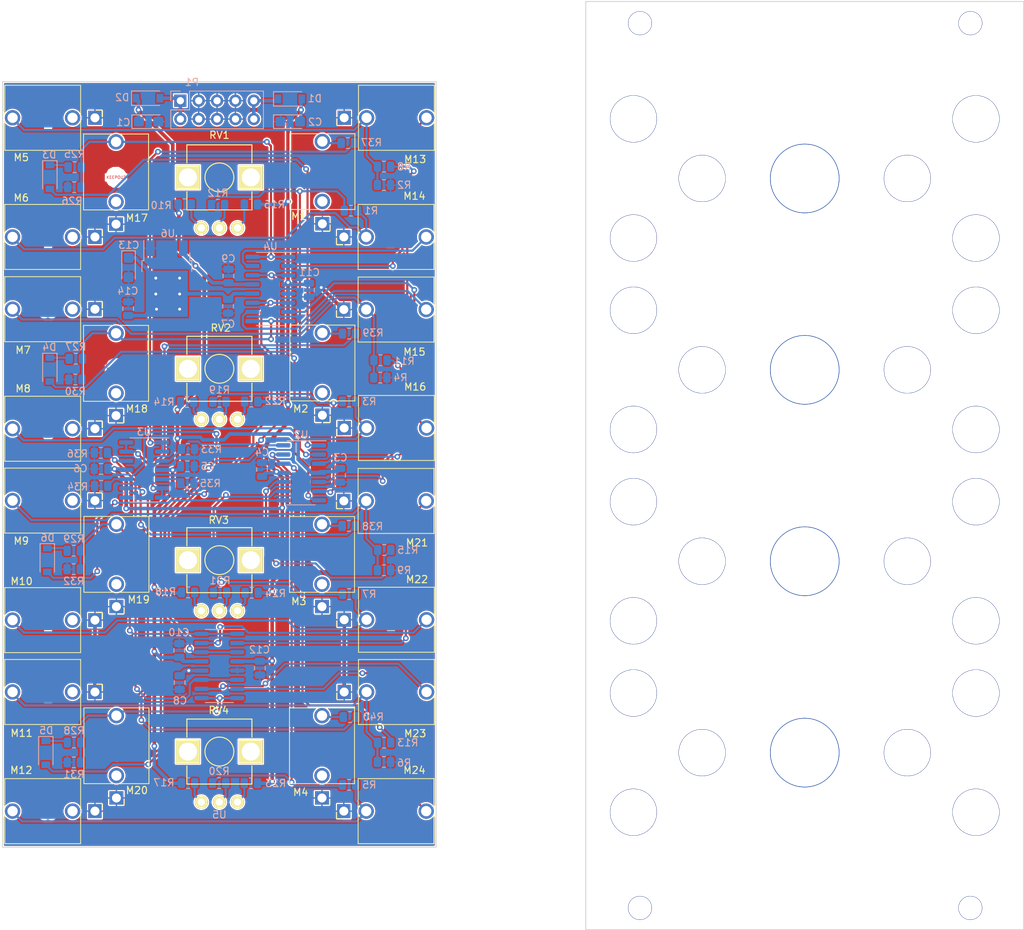
<source format=kicad_pcb>
(kicad_pcb (version 20211014) (generator pcbnew)
  (layers (0 "F.Cu" signal) (31 "B.Cu" signal) (34 "B.Paste" user) (35 "F.Paste" user) (36 "B.SilkS" user "B.Silkscreen") (37 "F.SilkS" user "F.Silkscreen") (38 "B.Mask" user) (39 "F.Mask" user) (44 "Edge.Cuts" user))
  (net 0 "")
  (net 1 "+12V")
  (net 2 "GND")
  (net 3 "-12V")
  (net 4 "+5V")
  (net 5 "Net-(D1-Pad1)")
  (net 6 "Net-(D2-Pad2)")
  (net 7 "Net-(D3-Pad1)")
  (net 8 "Net-(D3-Pad2)")
  (net 9 "Net-(D4-Pad1)")
  (net 10 "Net-(D4-Pad2)")
  (net 11 "Net-(D5-Pad1)")
  (net 12 "Net-(D5-Pad2)")
  (net 13 "Net-(D6-Pad1)")
  (net 14 "Net-(D6-Pad2)")
  (net 16 "COMP1_SWOUT")
  (net 18 "COMP2_SWOUT")
  (net 20 "COMP3_SWOUT")
  (net 22 "COMP4_SWOUT")
  (net 24 "COMP1_IN1")
  (net 26 "COMP1_IN2")
  (net 28 "COMP2_IN1")
  (net 30 "COMP2_IN2")
  (net 32 "COMP3_IN1")
  (net 34 "COMP3_IN2")
  (net 36 "COMP4_IN1")
  (net 38 "COMP4_IN2")
  (net 39 "COMP1_SWIN1")
  (net 40 "COMP1_SWIN2")
  (net 41 "COMP2_SWIN1")
  (net 42 "COMP2_SWIN2")
  (net 44 "COMP1_OUT")
  (net 46 "COMP2_OUT")
  (net 48 "COMP3_OUT")
  (net 50 "COMP4_OUT")
  (net 51 "COMP3_SWIN1")
  (net 52 "COMP3_SWIN2")
  (net 53 "COMP4_SWIN1")
  (net 54 "COMP4_SWIN2")
  (net 55 "Net-(R1-Pad1)")
  (net 56 "Net-(R19-Pad2)")
  (net 57 "Net-(R20-Pad2)")
  (net 58 "Net-(R21-Pad2)")
  (net 59 "Net-(R8-Pad1)")
  (net 60 "Net-(R10-Pad2)")
  (net 61 "Net-(R11-Pad1)")
  (net 62 "Net-(R12-Pad1)")
  (net 63 "Net-(R13-Pad1)")
  (net 64 "Net-(R14-Pad2)")
  (net 65 "Net-(R15-Pad1)")
  (net 66 "Net-(R16-Pad2)")
  (net 67 "Net-(R17-Pad2)")
  (net 68 "Net-(R18-Pad2)")
  (net 69 "Net-(R19-Pad1)")
  (net 70 "Net-(R20-Pad1)")
  (net 71 "Net-(R21-Pad1)")
  (net 72 "Net-(R22-Pad2)")
  (net 73 "Net-(R23-Pad2)")
  (net 74 "Net-(R24-Pad2)")
  (net 75 "/C1SWOUT")
  (net 76 "/C3SWOUT")
  (net 77 "/C2SWOUT")
  (net 78 "/C4SWOUT")
  (net 79 "Net-(R37-Pad2)")
  (net 80 "Net-(R38-Pad2)")
  (net 81 "Net-(R39-Pad2)")
  (net 82 "Net-(R40-Pad2)")
  (footprint "martin module:Jack_3.5mm_QingPu_WQP-PJ398SM_Vertical_CircularHolesKEEPOUT" (layer "F.Cu") (at 129.32 90.65 90)
    (fp_text reference "M15")
    (fp_text value "AUDIO-JACKERTHENVAR-PJ398")
  )
  (footprint "martin module:Jack_3.5mm_QingPu_WQP-PJ398SM_Vertical_CircularHolesKEEPOUT" (layer "F.Cu") (at 94.88 160.1 -90)
    (fp_text reference "M12")
    (fp_text value "AUDIO-JACKERTHENVAR-PJ398")
  )
  (footprint "" (layer "F.Cu") (at 216.8 117.25)
    (fp_text reference "")
    (fp_text value "")
  )
  (footprint "martin module:Potentiometer_Alps-RK09" (layer "F.Cu") (at 112.1 125.35 90)
    (fp_text reference "RV3")
    (fp_text value "10K")
  )
  (footprint "" (layer "F.Cu") (at 207.3 72.5)
    (fp_text reference "")
    (fp_text value "")
  )
  (footprint "" (layer "F.Cu") (at 178.9 99)
    (fp_text reference "")
    (fp_text value "")
  )
  (footprint "martin module:Potentiometer_Alps-RK09" (layer "F.Cu") (at 112.1 151.85 90)
    (fp_text reference "RV4")
    (fp_text value "10K")
  )
  (footprint "martin module:Jack_3.5mm_QingPu_WQP-PJ398SM_Vertical_CircularHolesKEEPOUT" (layer "F.Cu") (at 97.85 131.78 180)
    (fp_text reference "M19")
    (fp_text value "AUDIO-JACKERTHENVAR-PJ398")
  )
  (footprint "martin module:Potentiometer_Alps-RK09" (layer "F.Cu") (at 112.1 72.35 90)
    (fp_text reference "RV1")
    (fp_text value "10K")
  )
  (footprint "martin module:Jack_3.5mm_QingPu_WQP-PJ398SM_Vertical_CircularHolesKEEPOUT" (layer "F.Cu") (at 126.35 105.28 180)
    (fp_text reference "M2")
    (fp_text value "AUDIO-JACKERTHENVAR-PJ398")
  )
  (footprint "martin module:Jack_3.5mm_QingPu_WQP-PJ398SM_Vertical_CircularHolesKEEPOUT" (layer "F.Cu") (at 129.32 160.1 90)
    (fp_text reference "M24")
    (fp_text value "AUDIO-JACKERTHENVAR-PJ398")
  )
  (footprint "" (layer "F.Cu") (at 178.9 72.5)
    (fp_text reference "")
    (fp_text value "")
  )
  (footprint "" (layer "F.Cu") (at 207.3 99)
    (fp_text reference "")
    (fp_text value "")
  )
  (footprint "martin module:Jack_3.5mm_QingPu_WQP-PJ398SM_Vertical_CircularHolesKEEPOUT" (layer "F.Cu") (at 129.37 107.05 90)
    (fp_text reference "M16")
    (fp_text value "AUDIO-JACKERTHENVAR-PJ398")
  )
  (footprint "" (layer "F.Cu") (at 169.4 107.25)
    (fp_text reference "")
    (fp_text value "")
  )
  (footprint "martin module:Jack_3.5mm_QingPu_WQP-PJ398SM_Vertical_CircularHolesKEEPOUT" (layer "F.Cu") (at 97.8 78.83 180)
    (fp_text reference "M17")
    (fp_text value "AUDIO-JACKERTHENVAR-PJ398")
  )
  (footprint "" (layer "F.Cu") (at 216.8 64.25)
    (fp_text reference "")
    (fp_text value "")
  )
  (footprint "martin module:Jack_3.5mm_QingPu_WQP-PJ398SM_Vertical_CircularHolesKEEPOUT" (layer "F.Cu") (at 129.32 80.6 90)
    (fp_text reference "M14")
    (fp_text value "AUDIO-JACKERTHENVAR-PJ398")
  )
  (footprint "" (layer "F.Cu") (at 216.8 143.75)
    (fp_text reference "")
    (fp_text value "")
  )
  (footprint "" (layer "F.Cu") (at 207.3 152)
    (fp_text reference "")
    (fp_text value "")
  )
  (footprint "martin module:Jack_3.5mm_QingPu_WQP-PJ398SM_Vertical_CircularHolesKEEPOUT" (layer "F.Cu") (at 94.88 133.65 -90)
    (fp_text reference "M10")
    (fp_text value "AUDIO-JACKERTHENVAR-PJ398")
  )
  (footprint "" (layer "F.Cu") (at 193.1 99)
    (fp_text reference "")
    (fp_text value "")
  )
  (footprint "" (layer "F.Cu") (at 193.1 125.5)
    (fp_text reference "")
    (fp_text value "")
  )
  (footprint "martin module:Jack_3.5mm_QingPu_WQP-PJ398SM_Vertical_CircularHolesKEEPOUT" (layer "F.Cu") (at 94.88 80.6 -90)
    (fp_text reference "M6")
    (fp_text value "AUDIO-JACKERTHENVAR-PJ398")
  )
  (footprint "" (layer "F.Cu") (at 193.1 72.5)
    (fp_text reference "")
    (fp_text value "")
  )
  (footprint "" (layer "F.Cu") (at 169.4 80.75)
    (fp_text reference "")
    (fp_text value "")
  )
  (footprint "martin module:Jack_3.5mm_QingPu_WQP-PJ398SM_Vertical_CircularHolesKEEPOUT" (layer "F.Cu") (at 94.88 107.15 -90)
    (fp_text reference "M8")
    (fp_text value "AUDIO-JACKERTHENVAR-PJ398")
  )
  (footprint "" (layer "F.Cu") (at 169.4 64.25)
    (fp_text reference "")
    (fp_text value "")
  )
  (footprint "martin module:Jack_3.5mm_QingPu_WQP-PJ398SM_Vertical_CircularHolesKEEPOUT" (layer "F.Cu") (at 94.88 117.1 -90)
    (fp_text reference "M9")
    (fp_text value "AUDIO-JACKERTHENVAR-PJ398")
  )
  (footprint "martin module:Jack_3.5mm_QingPu_WQP-PJ398SM_Vertical_CircularHolesKEEPOUT" (layer "F.Cu") (at 129.37 143.6 90)
    (fp_text reference "M23")
    (fp_text value "AUDIO-JACKERTHENVAR-PJ398")
  )
  (footprint "" (layer "F.Cu") (at 170.3 51)
    (fp_text reference "")
    (fp_text value "")
  )
  (footprint "martin module:Jack_3.5mm_QingPu_WQP-PJ398SM_Vertical_CircularHolesKEEPOUT" (layer "F.Cu") (at 129.37 133.6 90)
    (fp_text reference "M22")
    (fp_text value "AUDIO-JACKERTHENVAR-PJ398")
  )
  (footprint "" (layer "F.Cu") (at 216.8 133.75)
    (fp_text reference "")
    (fp_text value "")
  )
  (footprint "" (layer "F.Cu") (at 169.4 90.75)
    (fp_text reference "")
    (fp_text value "")
  )
  (footprint "martin module:Jack_3.5mm_QingPu_WQP-PJ398SM_Vertical_CircularHolesKEEPOUT" (layer "F.Cu") (at 129.32 117.15 90)
    (fp_text reference "M21")
    (fp_text value "AUDIO-JACKERTHENVAR-PJ398")
  )
  (footprint "martin module:Jack_3.5mm_QingPu_WQP-PJ398SM_Vertical_CircularHolesKEEPOUT" (layer "F.Cu") (at 126.3 131.78 180)
    (fp_text reference "M3")
    (fp_text value "AUDIO-JACKERTHENVAR-PJ398")
  )
  (footprint "" (layer "F.Cu") (at 216.02 173.5)
    (fp_text reference "")
    (fp_text value "")
  )
  (footprint "martin module:Jack_3.5mm_QingPu_WQP-PJ398SM_Vertical_CircularHolesKEEPOUT" (layer "F.Cu") (at 129.37 64.1 90)
    (fp_text reference "M13")
    (fp_text value "AUDIO-JACKERTHENVAR-PJ398")
  )
  (footprint "" (layer "F.Cu") (at 193.1 152)
    (fp_text reference "")
    (fp_text value "")
  )
  (footprint "martin module:Jack_3.5mm_QingPu_WQP-PJ398SM_Vertical_CircularHolesKEEPOUT" (layer "F.Cu") (at 94.88 64.1 -90)
    (fp_text reference "M5")
    (fp_text value "AUDIO-JACKERTHENVAR-PJ398")
  )
  (footprint "" (layer "F.Cu") (at 178.9 152)
    (fp_text reference "")
    (fp_text value "")
  )
  (footprint "" (layer "F.Cu") (at 169.4 133.75)
    (fp_text reference "")
    (fp_text value "")
  )
  (footprint "" (layer "F.Cu") (at 169.4 160.25)
    (fp_text reference "")
    (fp_text value "")
  )
  (footprint "martin module:Jack_3.5mm_QingPu_WQP-PJ398SM_Vertical_CircularHolesKEEPOUT" (layer "F.Cu") (at 126.35 78.78 180)
    (fp_text reference "M1")
    (fp_text value "AUDIO-JACKERTHENVAR-PJ398")
  )
  (footprint "" (layer "F.Cu") (at 170.3 173.5)
    (fp_text reference "")
    (fp_text value "")
  )
  (footprint "" (layer "F.Cu") (at 216.8 80.75)
    (fp_text reference "")
    (fp_text value "")
  )
  (footprint "" (layer "F.Cu") (at 169.4 117.25)
    (fp_text reference "")
    (fp_text value "")
  )
  (footprint "" (layer "F.Cu") (at 207.3 125.5)
    (fp_text reference "")
    (fp_text value "")
  )
  (footprint "" (layer "F.Cu") (at 216.8 90.75)
    (fp_text reference "")
    (fp_text value "")
  )
  (footprint "martin module:Jack_3.5mm_QingPu_WQP-PJ398SM_Vertical_CircularHolesKEEPOUT" (layer "F.Cu") (at 97.8 105.33 180)
    (fp_text reference "M18")
    (fp_text value "AUDIO-JACKERTHENVAR-PJ398")
  )
  (footprint "martin module:Jack_3.5mm_QingPu_WQP-PJ398SM_Vertical_CircularHolesKEEPOUT" (layer "F.Cu") (at 97.85 158.28 180)
    (fp_text reference "M20")
    (fp_text value "AUDIO-JACKERTHENVAR-PJ398")
  )
  (footprint "" (layer "F.Cu") (at 178.9 125.5)
    (fp_text reference "")
    (fp_text value "")
  )
  (footprint "" (layer "F.Cu") (at 216.02 51)
    (fp_text reference "")
    (fp_text value "")
  )
  (footprint "" (layer "F.Cu") (at 169.4 143.75)
    (fp_text reference "")
    (fp_text value "")
  )
  (footprint "" (layer "F.Cu") (at 216.8 107.25)
    (fp_text reference "")
    (fp_text value "")
  )
  (footprint "martin module:Jack_3.5mm_QingPu_WQP-PJ398SM_Vertical_CircularHolesKEEPOUT" (layer "F.Cu") (at 126.3 158.28 180)
    (fp_text reference "M4")
    (fp_text value "AUDIO-JACKERTHENVAR-PJ398")
  )
  (footprint "martin module:Jack_3.5mm_QingPu_WQP-PJ398SM_Vertical_CircularHolesKEEPOUT" (layer "F.Cu") (at 94.88 90.6 -90)
    (fp_text reference "M7")
    (fp_text value "AUDIO-JACKERTHENVAR-PJ398")
  )
  (footprint "martin module:Potentiometer_Alps-RK09" (layer "F.Cu") (at 112.1 98.85 90)
    (fp_text reference "RV2")
    (fp_text value "10K")
  )
  (footprint "martin module:Jack_3.5mm_QingPu_WQP-PJ398SM_Vertical_CircularHolesKEEPOUT" (layer "F.Cu") (at 94.88 143.6 -90)
    (fp_text reference "M11")
    (fp_text value "AUDIO-JACKERTHENVAR-PJ398")
  )
  (footprint "" (layer "F.Cu") (at 216.8 160.25)
    (fp_text reference "")
    (fp_text value "")
  )
  (footprint "Resistor_SMD:R_0805_2012Metric" (layer "B.Cu") (at 130.302 76.962)
    (fp_text reference "R1")
    (fp_text value "10K")
  )
  (footprint "Resistor_SMD:R_0805_2012Metric" (layer "B.Cu") (at 92.08 70.94 180)
    (fp_text reference "R25")
    (fp_text value "1K")
  )
  (footprint "Capacitor_SMD:C_0805_2012Metric" (layer "B.Cu") (at 128.8 113.6 -90)
    (fp_text reference "C3")
    (fp_text value "100N")
  )
  (footprint "Resistor_SMD:R_0805_2012Metric" (layer "B.Cu") (at 130.048 103.378)
    (fp_text reference "R3")
    (fp_text value "10K")
  )
  (footprint "Package_SO:SOIC-14_3.9x8.7mm_P1.27mm" (layer "B.Cu") (at 123.425 113.262 180)
    (fp_text reference "U2")
    (fp_text value "TL074")
  )
  (footprint "Resistor_SMD:R_0805_2012Metric" (layer "B.Cu") (at 134.914 123.934 180)
    (fp_text reference "R15")
    (fp_text value "10K")
  )
  (footprint "Resistor_SMD:R_0805_2012Metric" (layer "B.Cu") (at 92.02 73.72)
    (fp_text reference "R26")
    (fp_text value "1K")
  )
  (footprint "Resistor_SMD:R_0805_2012Metric" (layer "B.Cu") (at 134.89 150.622 180)
    (fp_text reference "R13")
    (fp_text value "10K")
  )
  (footprint "Resistor_SMD:R_0805_2012Metric" (layer "B.Cu") (at 91.95 124.04 180)
    (fp_text reference "R29")
    (fp_text value "1K")
  )
  (footprint "Package_TO_SOT_SMD:TO-252-2" (layer "B.Cu") (at 104.825 86.36 -90)
    (fp_text reference "U6")
    (fp_text value "LM1117-5.0")
  )
  (footprint "Resistor_SMD:R_0805_2012Metric" (layer "B.Cu") (at 134.874 153.294 180)
    (fp_text reference "R6")
    (fp_text value "100K")
  )
  (footprint "Package_SO:SOIC-14_3.9x8.7mm_P1.27mm" (layer "B.Cu") (at 101.675 112.862 180)
    (fp_text reference "U3")
    (fp_text value "TL074")
  )
  (footprint "Capacitor_SMD:C_0805_2012Metric" (layer "B.Cu") (at 113.3 90.2 90)
    (fp_text reference "C7")
    (fp_text value "100NF")
  )
  (footprint "Resistor_SMD:R_0805_2012Metric" (layer "B.Cu") (at 112.19 129.83 180)
    (fp_text reference "R21")
    (fp_text value "10K")
  )
  (footprint "Diode_SMD:D_SOD-123" (layer "B.Cu") (at 102.2 61.383)
    (fp_text reference "D2")
    (fp_text value "1N5158")
  )
  (footprint "Resistor_SMD:R_0805_2012Metric" (layer "B.Cu") (at 107.63 103.45)
    (fp_text reference "R14")
    (fp_text value "10k")
  )
  (footprint "Capacitor_SMD:C_0805_2012Metric" (layer "B.Cu") (at 107.675 112.35)
    (fp_text reference "C5")
    (fp_text value "100N")
  )
  (footprint "Resistor_SMD:R_0805_2012Metric" (layer "B.Cu") (at 130.1625 147.075)
    (fp_text reference "R40")
    (fp_text value "1K")
  )
  (footprint "Diode_SMD:D_SOD-123" (layer "B.Cu") (at 88.64 72.3 -90)
    (fp_text reference "D3")
    (fp_text value "1N4148")
  )
  (footprint "Diode_SMD:D_SOD-123" (layer "B.Cu") (at 121.85 61.483)
    (fp_text reference "D1")
    (fp_text value "1N5158")
  )
  (footprint "Resistor_SMD:R_0805_2012Metric" (layer "B.Cu") (at 116.4625 156.23 180)
    (fp_text reference "R23")
    (fp_text value "10k")
  )
  (footprint "Capacitor_Tantalum_SMD:CP_EIA-3216-18_Kemet-A" (layer "B.Cu") (at 99.525 84.825 -90)
    (fp_text reference "C13")
    (fp_text value "10u")
  )
  (footprint "Resistor_SMD:R_0805_2012Metric" (layer "B.Cu") (at 130.048 130.048)
    (fp_text reference "R7")
    (fp_text value "10K")
  )
  (footprint "Capacitor_SMD:C_0805_2012Metric" (layer "B.Cu") (at 95.725 112.712)
    (fp_text reference "C6")
    (fp_text value "100N")
  )
  (footprint "Resistor_SMD:R_0805_2012Metric" (layer "B.Cu") (at 116.51 103.39 180)
    (fp_text reference "R22")
    (fp_text value "10k")
  )
  (footprint "Resistor_SMD:R_0805_2012Metric" (layer "B.Cu") (at 95.7 110.49)
    (fp_text reference "R36")
    (fp_text value "100K")
  )
  (footprint "Resistor_SMD:R_0805_2012Metric" (layer "B.Cu") (at 130.0125 120.6)
    (fp_text reference "R38")
    (fp_text value "1K")
  )
  (footprint "Capacitor_Tantalum_SMD:CP_EIA-3216-18_Kemet-A" (layer "B.Cu") (at 121.9 64.633)
    (fp_text reference "C2")
    (fp_text value "10u")
  )
  (footprint "Package_SO:SOIC-16_3.9x9.9mm_P1.27mm" (layer "B.Cu") (at 119.15 87.8 180)
    (fp_text reference "U4")
    (fp_text value "ADG413BNZ")
  )
  (footprint "Resistor_SMD:R_0805_2012Metric" (layer "B.Cu") (at 107.77 129.81)
    (fp_text reference "R18")
    (fp_text value "10k")
  )
  (footprint "Resistor_SMD:R_0805_2012Metric" (layer "B.Cu") (at 95.7375 115.062)
    (fp_text reference "R34")
    (fp_text value "100K")
  )
  (footprint "Connector_PinHeader_2.54mm:PinHeader_2x05_P2.54mm_Vertical" (layer "B.Cu") (at 106.7 61.733 -90)
    (fp_text reference "P1")
    (fp_text value "CONN_02X05")
  )
  (footprint "Resistor_SMD:R_0805_2012Metric" (layer "B.Cu") (at 107.77 156.22)
    (fp_text reference "R17")
    (fp_text value "10k")
  )
  (footprint "Capacitor_SMD:C_0805_2012Metric" (layer "B.Cu") (at 99.475 90.525 90)
    (fp_text reference "C14")
    (fp_text value "100N")
  )
  (footprint "Resistor_SMD:R_0805_2012Metric" (layer "B.Cu") (at 112.11 103.42 180)
    (fp_text reference "R19")
    (fp_text value "10K")
  )
  (footprint "Capacitor_SMD:C_0805_2012Metric" (layer "B.Cu") (at 124.5 87.95 90)
    (fp_text reference "C11")
    (fp_text value "100NF")
  )
  (footprint "Package_SO:SOIC-16_3.9x9.9mm_P1.27mm" (layer "B.Cu") (at 112.1 140 180)
    (fp_text reference "U5")
    (fp_text value "ADG413BNZ")
  )
  (footprint "Resistor_SMD:R_0805_2012Metric" (layer "B.Cu") (at 134.874 126.746 180)
    (fp_text reference "R9")
    (fp_text value "100K")
  )
  (footprint "Resistor_SMD:R_0805_2012Metric" (layer "B.Cu") (at 112.0625 156.22 180)
    (fp_text reference "R20")
    (fp_text value "10K")
  )
  (footprint "Diode_SMD:D_SOD-123" (layer "B.Cu") (at 88.28 125.33 -90)
    (fp_text reference "D6")
    (fp_text value "1N4148")
  )
  (footprint "Resistor_SMD:R_0805_2012Metric" (layer "B.Cu") (at 134.874 73.406 180)
    (fp_text reference "R2")
    (fp_text value "100K")
  )
  (footprint "Resistor_SMD:R_0805_2012Metric" (layer "B.Cu") (at 130.05 93.975)
    (fp_text reference "R39")
    (fp_text value "1K")
  )
  (footprint "Capacitor_SMD:C_0805_2012Metric" (layer "B.Cu") (at 113.35 86 -90)
    (fp_text reference "C9")
    (fp_text value "100NF")
  )
  (footprint "Resistor_SMD:R_0805_2012Metric" (layer "B.Cu") (at 134.874 70.856 180)
    (fp_text reference "R8")
    (fp_text value "10K")
  )
  (footprint "Resistor_SMD:R_0805_2012Metric" (layer "B.Cu") (at 107.3 76.07)
    (fp_text reference "R10")
    (fp_text value "10k")
  )
  (footprint "Resistor_SMD:R_0805_2012Metric" (layer "B.Cu") (at 129.875 67.6)
    (fp_text reference "R37")
    (fp_text value "1K")
  )
  (footprint "Resistor_SMD:R_0805_2012Metric" (layer "B.Cu") (at 91.98 150.6 180)
    (fp_text reference "R28")
    (fp_text value "1K")
  )
  (footprint "Capacitor_SMD:C_0805_2012Metric" (layer "B.Cu") (at 118 112.8 -90)
    (fp_text reference "C4")
    (fp_text value "100N")
  )
  (footprint "Resistor_SMD:R_0805_2012Metric" (layer "B.Cu") (at 92.17 100.34)
    (fp_text reference "R30")
    (fp_text value "1K")
  )
  (footprint "Capacitor_Tantalum_SMD:CP_EIA-3216-18_Kemet-A" (layer "B.Cu") (at 102.3 64.633)
    (fp_text reference "C1")
    (fp_text value "10u")
  )
  (footprint "Resistor_SMD:R_0805_2012Metric" (layer "B.Cu") (at 111.9 76.15 180)
    (fp_text reference "R12")
    (fp_text value "10K")
  )
  (footprint "Capacitor_SMD:C_0805_2012Metric" (layer "B.Cu") (at 117.7 140.3 90)
    (fp_text reference "C12")
    (fp_text value "100NF")
  )
  (footprint "Resistor_SMD:R_0805_2012Metric" (layer "B.Cu") (at 91.96 153.35)
    (fp_text reference "R31")
    (fp_text value "1K")
  )
  (footprint "Capacitor_SMD:C_0805_2012Metric" (layer "B.Cu") (at 106.6 142.3 90)
    (fp_text reference "C8")
    (fp_text value "100NF")
  )
  (footprint "Resistor_SMD:R_0805_2012Metric" (layer "B.Cu") (at 107.75 109.975 180)
    (fp_text reference "R33")
    (fp_text value "100K")
  )
  (footprint "Resistor_SMD:R_0805_2012Metric" (layer "B.Cu") (at 116.46 76.1 180)
    (fp_text reference "R16")
    (fp_text value "10k")
  )
  (footprint "Capacitor_SMD:C_0805_2012Metric" (layer "B.Cu") (at 106.55 137.85 -90)
    (fp_text reference "C10")
    (fp_text value "100NF")
  )
  (footprint "Diode_SMD:D_SOD-123" (layer "B.Cu") (at 88.64 98.96 -90)
    (fp_text reference "D4")
    (fp_text value "1N4148")
  )
  (footprint "Diode_SMD:D_SOD-123" (layer "B.Cu") (at 88.08 152.03 -90)
    (fp_text reference "D5")
    (fp_text value "1N4148")
  )
  (footprint "Resistor_SMD:R_0805_2012Metric" (layer "B.Cu") (at 130.048 156.464)
    (fp_text reference "R5")
    (fp_text value "10K")
  )
  (footprint "Resistor_SMD:R_0805_2012Metric" (layer "B.Cu") (at 107.6625 114.7 180)
    (fp_text reference "R35")
    (fp_text value "100K")
  )
  (footprint "Resistor_SMD:R_0805_2012Metric" (layer "B.Cu") (at 134.387428 97.666 180)
    (fp_text reference "R11")
    (fp_text value "10K")
  )
  (footprint "Resistor_SMD:R_0805_2012Metric" (layer "B.Cu") (at 134.366 100.076 180)
    (fp_text reference "R4")
    (fp_text value "100K")
  )
  (footprint "Resistor_SMD:R_0805_2012Metric" (layer "B.Cu") (at 91.94 126.6)
    (fp_text reference "R32")
    (fp_text value "1K")
  )
  (footprint "Resistor_SMD:R_0805_2012Metric" (layer "B.Cu") (at 116.57 129.86 180)
    (fp_text reference "R24")
    (fp_text value "10k")
  )
  (footprint "Resistor_SMD:R_0805_2012Metric" (layer "B.Cu") (at 92.23 97.46 180)
    (fp_text reference "R27")
    (fp_text value "1K")
  )
  (gr_line (start 82.1 165.1) (end 142.1 165.1) (layer "Edge.Cuts") (width 0.12))
  (gr_line (start 82.1 59.1) (end 82.1 165.1) (layer "Edge.Cuts") (width 0.12))
  (gr_line (start 223.4 48) (end 162.8 48) (layer "Edge.Cuts") (width 0.12))
  (gr_line (start 142.1 59.1) (end 82.1 59.1) (layer "Edge.Cuts") (width 0.12))
  (gr_line (start 142.1 165.1) (end 142.1 59.1) (layer "Edge.Cuts") (width 0.12))
  (gr_line (start 162.8 176.5) (end 223.4 176.5) (layer "Edge.Cuts") (width 0.12))
  (gr_line (start 223.4 176.5) (end 223.4 48) (layer "Edge.Cuts") (width 0.12))
  (gr_line (start 162.8 48) (end 162.8 176.5) (layer "Edge.Cuts") (width 0.12))
  (segment (start 103.099998 137.999998) (end 103.1 138) (width 0.5) (layer "F.Cu") (net 1))
  (segment (start 106.300002 112.199998) (end 105.638 112.862) (width 0.5) (layer "F.Cu") (net 1))
  (segment (start 105.638 115.962) (end 103.1 118.5) (width 0.5) (layer "F.Cu") (net 1))
  (segment (start 105.638 112.862) (end 105.638 115.962) (width 0.5) (layer "F.Cu") (net 1))
  (segment (start 108.8 84.6) (end 110 85.8) (width 0.5) (layer "F.Cu") (net 1))
  (segment (start 103.1 138) (end 103.1 151.1) (width 0.5) (layer "F.Cu") (net 1))
  (segment (start 100.9 63) (end 105.65 67.75) (width 0.5) (layer "F.Cu") (net 1))
  (segment (start 103.1 118.5) (end 103.1 129.1) (width 0.5) (layer "F.Cu") (net 1))
  (segment (start 106.5 82.3) (end 108.8 84.6) (width 0.5) (layer "F.Cu") (net 1))
  (segment (start 106.300002 108.499998) (end 106.300002 112.199998) (width 0.5) (layer "F.Cu") (net 1))
  (segment (start 105.65 76.45) (end 106.5 77.3) (width 0.5) (layer "F.Cu") (net 1))
  (segment (start 105.65 67.75) (end 105.65 76.45) (width 0.5) (layer "F.Cu") (net 1))
  (segment (start 106.5 77.3) (end 106.5 82.3) (width 0.5) (layer "F.Cu") (net 1))
  (segment (start 103.099998 129.099999) (end 103.099998 137.999998) (width 0.5) (layer "F.Cu") (net 1))
  (segment (start 110 85.8) (end 110 100.8) (width 0.5) (layer "F.Cu") (net 1))
  (segment (start 106.300002 104.5) (end 106.300002 108.499998) (width 0.5) (layer "F.Cu") (net 1))
  (segment (start 110 100.8) (end 106.300002 104.5) (width 0.5) (layer "F.Cu") (net 1))
  (via (at 106.300002 108.499998) (size 0.8) (drill 0.4) (layers "F.Cu" "B.Cu") (net 1))
  (via (at 103.1 151.1) (size 0.8) (drill 0.4) (layers "F.Cu" "B.Cu") (net 1))
  (via (at 103.1 138) (size 0.8) (drill 0.4) (layers "F.Cu" "B.Cu") (net 1))
  (via (at 103.099998 129.099999) (size 0.8) (drill 0.4) (layers "F.Cu" "B.Cu") (net 1))
  (via (at 100.9 63) (size 0.8) (drill 0.4) (layers "F.Cu" "B.Cu") (net 1))
  (via (at 106.5 77.3) (size 0.8) (drill 0.4) (layers "F.Cu" "B.Cu") (net 1))
  (via (at 106.300002 104.5) (size 0.8) (drill 0.4) (layers "F.Cu" "B.Cu") (net 1))
  (via (at 108.8 84.6) (size 0.8) (drill 0.4) (layers "F.Cu" "B.Cu") (net 1))
  (via (at 105.638 112.862) (size 0.8) (drill 0.4) (layers "F.Cu" "B.Cu") (net 1))
  (segment (start 116.675 87.165) (end 115.035 87.165) (width 0.5) (layer "B.Cu") (net 1))
  (segment (start 109.79635 108.7) (end 109.421849 108.325499) (width 0.5) (layer "B.Cu") (net 1))
  (segment (start 115.035 87.165) (end 113.565 87.165) (width 0.5) (layer "B.Cu") (net 1))
  (segment (start 128.349501 113.100499) (end 128.8 112.65) (width 0.5) (layer "B.Cu") (net 1))
  (segment (start 105.638 112.862) (end 106.213 112.862) (width 0.5) (layer "B.Cu") (net 1))
  (segment (start 106.7675 129.9) (end 103.899999 129.9) (width 0.5) (layer "B.Cu") (net 1))
  (segment (start 111.15 86.95) (end 107.105 82.905) (width 0.5) (layer "B.Cu") (net 1))
  (segment (start 124.862 113.262) (end 123 111.4) (width 0.5) (layer "B.Cu") (net 1))
  (segment (start 125.9 113.262) (end 124.862 113.262) (width 0.5) (layer "B.Cu") (net 1))
  (segment (start 109.421849 108.325499) (end 106.474501 108.325499) (width 0.5) (layer "B.Cu") (net 1))
  (segment (start 107.115 139.365) (end 107.935 139.365) (width 0.5) (layer "B.Cu") (net 1))
  (segment (start 121.876194 107.876194) (end 113.523806 107.876194) (width 0.5) (layer "B.Cu") (net 1))
  (segment (start 107.935 139.365) (end 109.625 139.365) (width 0.5) (layer "B.Cu") (net 1))
  (segment (start 100.55 61.383) (end 100.9 61.733) (width 0.5) (layer "B.Cu") (net 1))
  (segment (start 106.7175 103.45) (end 106.7175 104.082502) (width 0.5) (layer "B.Cu") (net 1))
  (segment (start 123 109) (end 121.876194 107.876194) (width 0.5) (layer "B.Cu") (net 1))
  (segment (start 100.9 64.583) (end 100.95 64.633) (width 0.5) (layer "B.Cu") (net 1))
  (segment (start 126.061501 113.100499) (end 128.349501 113.100499) (width 0.5) (layer "B.Cu") (net 1))
  (segment (start 103.899999 129.9) (end 103.099998 129.099999) (width 0.5) (layer "B.Cu") (net 1))
  (segment (start 106.474501 108.325499) (end 106.300002 108.499998) (width 0.5) (layer "B.Cu") (net 1))
  (segment (start 123 111.4) (end 123 109) (width 0.5) (layer "B.Cu") (net 1))
  (segment (start 113.35 86.95) (end 111.15 86.95) (width 0.5) (layer "B.Cu") (net 1))
  (segment (start 112.7 108.7) (end 109.79635 108.7) (width 0.5) (layer "B.Cu") (net 1))
  (segment (start 125.9 113.262) (end 126.061501 113.100499) (width 0.5) (layer "B.Cu") (net 1))
  (segment (start 106.3875 77.1875) (end 106.5 77.3) (width 0.5) (layer "B.Cu") (net 1))
  (segment (start 113.565 87.165) (end 113.35 86.95) (width 0.5) (layer "B.Cu") (net 1))
  (segment (start 113.523806 107.876194) (end 112.7 108.7) (width 0.5) (layer "B.Cu") (net 1))
  (segment (start 106.7175 104.082502) (end 106.300002 104.5) (width 0.5) (layer "B.Cu") (net 1))
  (segment (start 100.9 63) (end 100.9 64.583) (width 0.5) (layer "B.Cu") (net 1))
  (segment (start 106.213 112.862) (end 106.725 112.35) (width 0.5) (layer "B.Cu") (net 1))
  (segment (start 106.3875 76.07) (end 106.3875 77.1875) (width 0.5) (layer "B.Cu") (net 1))
  (segment (start 103.1 153.9) (end 105.42 156.22) (width 0.5) (layer "B.Cu") (net 1))
  (segment (start 106.8575 129.81) (end 106.7675 129.9) (width 0.5) (layer "B.Cu") (net 1))
  (segment (start 100.9 61.733) (end 100.9 63) (width 0.5) (layer "B.Cu") (net 1))
  (segment (start 104.15 112.862) (end 105.638 112.862) (width 0.5) (layer "B.Cu") (net 1))
  (segment (start 106.55 138.8) (end 107.115 139.365) (width 0.5) (layer "B.Cu") (net 1))
  (segment (start 107.105 82.905) (end 107.105 82.16) (width 0.5) (layer "B.Cu") (net 1))
  (segment (start 105.42 156.22) (end 106.8575 156.22) (width 0.5) (layer "B.Cu") (net 1))
  (segment (start 106.55 138.8) (end 103.9 138.8) (width 0.5) (layer "B.Cu") (net 1))
  (segment (start 103.1 151.1) (end 103.1 153.9) (width 0.5) (layer "B.Cu") (net 1))
  (segment (start 103.9 138.8) (end 103.1 138) (width 0.5) (layer "B.Cu") (net 1))
  (segment (start 129.37 143.6) (end 129.37 133.6) (width 0.5) (layer "F.Cu") (net 2))
  (segment (start 129.25 90.65) (end 126.2 87.6) (width 0.5) (layer "F.Cu") (net 2))
  (segment (start 129.32 90.65) (end 129.25 90.65) (width 0.5) (layer "F.Cu") (net 2))
  (segment (start 94.88 133.65) (end 94.88 143.6) (width 0.5) (layer "F.Cu") (net 2))
  (via (at 126.2 87.6) (size 0.8) (drill 0.4) (layers "F.Cu" "B.Cu") (net 2))
  (segment (start 124.9 88.9) (end 126.2 87.6) (width 0.5) (layer "B.Cu") (net 2))
  (segment (start 124.5 88.9) (end 124.9 88.9) (width 0.5) (layer "B.Cu") (net 2))
  (segment (start 97.588 112.712) (end 99.2 114.324) (width 0.5) (layer "F.Cu") (net 3))
  (segment (start 119.4 139.3) (end 119.4 129.7) (width 0.5) (layer "F.Cu") (net 3))
  (segment (start 120.8 113.9) (end 120 113.1) (width 0.5) (layer "F.Cu") (net 3))
  (segment (start 121.6 106.3) (end 121.6 103.8) (width 0.5) (layer "F.Cu") (net 3))
  (segment (start 119.4 156) (end 119.4 139.3) (width 0.5) (layer "F.Cu") (net 3))
  (segment (start 121.6 75.7) (end 121.6 64.8) (width 0.5) (layer "F.Cu") (net 3))
  (segment (start 121.6 86.9) (end 121.6 75.7) (width 0.5) (layer "F.Cu") (net 3))
  (segment (start 118.6 111.7) (end 118.6 109.3) (width 0.5) (layer "F.Cu") (net 3))
  (segment (start 121.6 64.8) (end 123.4 63) (width 0.5) (layer "F.Cu") (net 3))
  (segment (start 120.8 118.1) (end 120.8 113.9) (width 0.5) (layer "F.Cu") (net 3))
  (segment (start 121.6 103.8) (end 121.6 86.9) (width 0.5) (layer "F.Cu") (net 3))
  (segment (start 118.6 109.3) (end 121.6 106.3) (width 0.5) (layer "F.Cu") (net 3))
  (segment (start 120 113.1) (end 118.6 111.7) (width 0.5) (layer "F.Cu") (net 3))
  (segment (start 119.4 129.7) (end 119.4 128.3) (width 0.5) (layer "F.Cu") (net 3))
  (segment (start 120.8 126.9) (end 120.8 118.1) (width 0.5) (layer "F.Cu") (net 3))
  (segment (start 99.2 114.324) (end 99.2 118.2) (width 0.5) (layer "F.Cu") (net 3))
  (segment (start 119.4 128.3) (end 120.8 126.9) (width 0.5) (layer "F.Cu") (net 3))
  (via (at 121.6 103.8) (size 0.8) (drill 0.4) (layers "F.Cu" "B.Cu") (net 3))
  (via (at 119.4 129.7) (size 0.8) (drill 0.4) (layers "F.Cu" "B.Cu") (net 3))
  (via (at 121.6 75.7) (size 0.8) (drill 0.4) (layers "F.Cu" "B.Cu") (net 3))
  (via (at 120 113.1) (size 0.8) (drill 0.4) (layers "F.Cu" "B.Cu") (net 3))
  (via (at 119.4 156) (size 0.8) (drill 0.4) (layers "F.Cu" "B.Cu") (net 3))
  (via (at 119.4 139.3) (size 0.8) (drill 0.4) (layers "F.Cu" "B.Cu") (net 3))
  (via (at 121.6 86.9) (size 0.8) (drill 0.4) (layers "F.Cu" "B.Cu") (net 3))
  (via (at 99.2 118.2) (size 0.8) (drill 0.4) (layers "F.Cu" "B.Cu") (net 3))
  (via (at 120.8 118.1) (size 0.8) (drill 0.4) (layers "F.Cu" "B.Cu") (net 3))
  (via (at 123.4 63) (size 0.8) (drill 0.4) (layers "F.Cu" "B.Cu") (net 3))
  (via (at 97.588 112.712) (size 0.8) (drill 0.4) (layers "F.Cu" "B.Cu") (net 3))
  (segment (start 117.375 156.23) (end 119.17 156.23) (width 0.5) (layer "B.Cu") (net 3))
  (segment (start 123.4 61.583) (end 123.5 61.483) (width 0.5) (layer "B.Cu") (net 3))
  (segment (start 117.4225 103.39) (end 121.19 103.39) (width 0.5) (layer "B.Cu") (net 3))
  (segment (start 119.17 156.23) (end 119.4 156) (width 0.5) (layer "B.Cu") (net 3))
  (segment (start 123.25 64.633) (end 123.4 64.483) (width 0.5) (layer "B.Cu") (net 3))
  (segment (start 119.35 139.35) (end 119.4 139.3) (width 0.5) (layer "B.Cu") (net 3))
  (segment (start 124.335 87.165) (end 124.5 87) (width 0.5) (layer "B.Cu") (net 3))
  (segment (start 117.7 139.35) (end 119.35 139.35) (width 0.5) (layer "B.Cu") (net 3))
  (segment (start 114.59 139.35) (end 114.575 139.365) (width 0.5) (layer "B.Cu") (net 3))
  (segment (start 97.588 112.712) (end 99.05 112.712) (width 0.5) (layer "B.Cu") (net 3))
  (segment (start 121.19 103.39) (end 121.6 103.8) (width 0.5) (layer "B.Cu") (net 3))
  (segment (start 120.95 113.262) (end 118.488 113.262) (width 0.5) (layer "B.Cu") (net 3))
  (segment (start 99.2 118.2) (end 120.7 118.2) (width 0.5) (layer "B.Cu") (net 3))
  (segment (start 96.675 112.712) (end 97.588 112.712) (width 0.5) (layer "B.Cu") (net 3))
  (segment (start 117.4825 129.86) (end 119.24 129.86) (width 0.5) (layer "B.Cu") (net 3))
  (segment (start 99.05 112.712) (end 99.2 112.862) (width 0.5) (layer "B.Cu") (net 3))
  (segment (start 117.7 139.35) (end 114.59 139.35) (width 0.5) (layer "B.Cu") (net 3))
  (segment (start 121.2 76.1) (end 121.6 75.7) (width 0.5) (layer "B.Cu") (net 3))
  (segment (start 121.625 87.165) (end 124.335 87.165) (width 0.5) (layer "B.Cu") (net 3))
  (segment (start 119.24 129.86) (end 119.4 129.7) (width 0.5) (layer "B.Cu") (net 3))
  (segment (start 120.7 118.2) (end 120.8 118.1) (width 0.5) (layer "B.Cu") (net 3))
  (segment (start 123.4 64.483) (end 123.4 61.583) (width 0.5) (layer "B.Cu") (net 3))
  (segment (start 117.3725 76.1) (end 121.2 76.1) (width 0.5) (layer "B.Cu") (net 3))
  (segment (start 118.488 113.262) (end 118 113.75) (width 0.5) (layer "B.Cu") (net 3))
  (via (at 106.6 90.6) (size 0.8) (drill 0.4) (layers "F.Cu" "B.Cu") (net 4))
  (via (at 106.6 88.5) (size 0.8) (drill 0.4) (layers "F.Cu" "B.Cu") (net 4))
  (via (at 103.3 86.3) (size 0.8) (drill 0.4) (layers "F.Cu" "B.Cu") (net 4))
  (via (at 103.4 90.6) (size 0.8) (drill 0.4) (layers "F.Cu" "B.Cu") (net 4))
  (via (at 106.6 86.3) (size 0.8) (drill 0.4) (layers "F.Cu" "B.Cu") (net 4))
  (via (at 107.865 140.635) (size 0.8) (drill 0.4) (layers "F.Cu" "B.Cu") (net 4))
  (via (at 103.3 88.5) (size 0.8) (drill 0.4) (layers "F.Cu" "B.Cu") (net 4))
  (segment (start 107.865 140.635) (end 109.625 140.635) (width 0.5) (layer "B.Cu") (net 4))
  (segment (start 113.3 89.25) (end 112.51 88.46) (width 0.5) (layer "B.Cu") (net 4))
  (segment (start 99.475 91.475) (end 101.81 91.475) (width 0.5) (layer "B.Cu") (net 4))
  (segment (start 114.115 88.435) (end 116.675 88.435) (width 0.5) (layer "B.Cu") (net 4))
  (segment (start 113.3 89.25) (end 114.115 88.435) (width 0.5) (layer "B.Cu") (net 4))
  (segment (start 100.475 83.475) (end 103.3 86.3) (width 0.5) (layer "B.Cu") (net 4))
  (segment (start 112.51 88.46) (end 104.825 88.46) (width 0.5) (layer "B.Cu") (net 4))
  (segment (start 106.6 141.35) (end 107.315 140.635) (width 0.5) (layer "B.Cu") (net 4))
  (segment (start 99.525 83.475) (end 100.475 83.475) (width 0.5) (layer "B.Cu") (net 4))
  (segment (start 107.315 140.635) (end 107.865 140.635) (width 0.5) (layer "B.Cu") (net 4))
  (segment (start 101.81 91.475) (end 104.825 88.46) (width 0.5) (layer "B.Cu") (net 4))
  (segment (start 119.95 61.733) (end 120.2 61.483) (width 0.5) (layer "B.Cu") (net 5))
  (segment (start 116.86 61.733) (end 119.95 61.733) (width 0.5) (layer "B.Cu") (net 5))
  (segment (start 116.86 64.273) (end 116.86 61.733) (width 0.5) (layer "B.Cu") (net 5))
  (segment (start 103.85 61.383) (end 106.35 61.383) (width 0.5) (layer "B.Cu") (net 6))
  (segment (start 106.7 64.273) (end 106.7 61.733) (width 0.5) (layer "B.Cu") (net 6))
  (segment (start 106.35 61.383) (end 106.7 61.733) (width 0.5) (layer "B.Cu") (net 6))
  (segment (start 90.8775 70.65) (end 91.1675 70.94) (width 0.3) (layer "B.Cu") (net 7))
  (segment (start 88.64 70.65) (end 90.8775 70.65) (width 0.3) (layer "B.Cu") (net 7))
  (segment (start 124.3 109.4) (end 124.3 71.4) (width 0.3) (layer "F.Cu") (net 8))
  (segment (start 124.3 71.4) (end 124.1 71.2) (width 0.3) (layer "F.Cu") (net 8))
  (via (at 124.3 109.4) (size 0.8) (drill 0.4) (layers "F.Cu" "B.Cu") (net 8))
  (via (at 124.1 71.2) (size 0.8) (drill 0.4) (layers "F.Cu" "B.Cu") (net 8))
  (segment (start 101.628887 69.9) (end 122.8 69.9) (width 0.3) (layer "B.Cu") (net 8))
  (segment (start 124.352 109.452) (end 124.3 109.4) (width 0.3) (layer "B.Cu") (net 8))
  (segment (start 96.758887 74.77) (end 101.628887 69.9) (width 0.3) (layer "B.Cu") (net 8))
  (segment (start 89.46 74.77) (end 96.758887 74.77) (width 0.3) (layer "B.Cu") (net 8))
  (segment (start 122.8 69.9) (end 124.1 71.2) (width 0.3) (layer "B.Cu") (net 8))
  (segment (start 88.64 73.95) (end 89.46 74.77) (width 0.3) (layer "B.Cu") (net 8))
  (segment (start 125.9 109.452) (end 124.352 109.452) (width 0.3) (layer "B.Cu") (net 8))
  (segment (start 88.64 97.31) (end 91.1675 97.31) (width 0.3) (layer "B.Cu") (net 9))
  (segment (start 91.1675 97.31) (end 91.3175 97.46) (width 0.3) (layer "B.Cu") (net 9))
  (segment (start 122.5 110.5) (end 122.5 97.4505) (width 0.3) (layer "F.Cu") (net 10))
  (segment (start 124.4 112.4) (end 122.5 110.5) (width 0.3) (layer "F.Cu") (net 10))
  (segment (start 122.5 97.4505) (end 122.4495 97.4) (width 0.3) (layer "F.Cu") (net 10))
  (segment (start 124.4 116.4) (end 124.4 112.4) (width 0.3) (layer "F.Cu") (net 10))
  (via (at 124.4 116.4) (size 0.8) (drill 0.4) (layers "F.Cu" "B.Cu") (net 10))
  (via (at 122.4495 97.4) (size 0.8) (drill 0.4) (layers "F.Cu" "B.Cu") (net 10))
  (segment (start 125.072 117.072) (end 124.4 116.4) (width 0.3) (layer "B.Cu") (net 10))
  (segment (start 88.64 100.61) (end 89.42 101.39) (width 0.3) (layer "B.Cu") (net 10))
  (segment (start 98.483528 96.5) (end 121.5495 96.5) (width 0.3) (layer "B.Cu") (net 10))
  (segment (start 89.42 101.39) (end 93.593528 101.39) (width 0.3) (layer "B.Cu") (net 10))
  (segment (start 121.5495 96.5) (end 122.4495 97.4) (width 0.3) (layer "B.Cu") (net 10))
  (segment (start 93.593528 101.39) (end 98.483528 96.5) (width 0.3) (layer "B.Cu") (net 10))
  (segment (start 125.9 117.072) (end 125.072 117.072) (width 0.3) (layer "B.Cu") (net 10))
  (segment (start 90.8475 150.38) (end 88.08 150.38) (width 0.3) (layer "B.Cu") (net 11))
  (segment (start 91.0675 150.6) (end 90.8475 150.38) (width 0.3) (layer "B.Cu") (net 11))
  (segment (start 110.6 112.600002) (end 104 119.2) (width 0.3) (layer "F.Cu") (net 12))
  (segment (start 104 119.2) (end 104 151.874392) (width 0.3) (layer "F.Cu") (net 12))
  (segment (start 104 151.874392) (end 102.2505 153.623892) (width 0.3) (layer "F.Cu") (net 12))
  (via (at 102.2505 153.623892) (size 0.8) (drill 0.4) (layers "F.Cu" "B.Cu") (net 12))
  (via (at 110.6 112.600002) (size 0.8) (drill 0.4) (layers "F.Cu" "B.Cu") (net 12))
  (segment (start 120.95 109.452) (end 118.251234 109.452) (width 0.3) (layer "B.Cu") (net 12))
  (segment (start 118.251234 109.452) (end 116.178733 111.524501) (width 0.3) (layer "B.Cu") (net 12))
  (segment (start 116.178733 111.524501) (end 111.675501 111.524501) (width 0.3) (layer "B.Cu") (net 12))
  (segment (start 97.404995 153.623892) (end 102.2505 153.623892) (width 0.3) (layer "B.Cu") (net 12))
  (segment (start 89 154.6) (end 96.428887 154.6) (width 0.3) (layer "B.Cu") (net 12))
  (segment (start 96.428887 154.6) (end 97.404995 153.623892) (width 0.3) (layer "B.Cu") (net 12))
  (segment (start 88.08 153.68) (end 89 154.6) (width 0.3) (layer "B.Cu") (net 12))
  (segment (start 111.675501 111.524501) (end 110.6 112.600002) (width 0.3) (layer "B.Cu") (net 12))
  (segment (start 88.28 123.68) (end 90.6775 123.68) (width 0.3) (layer "B.Cu") (net 13))
  (segment (start 90.6775 123.68) (end 91.0375 124.04) (width 0.3) (layer "B.Cu") (net 13))
  (segment (start 95.2 119.781052) (end 97.630552 117.3505) (width 0.3) (layer "F.Cu") (net 14))
  (segment (start 95.2 126.9) (end 95.2 119.781052) (width 0.3) (layer "F.Cu") (net 14))
  (via (at 97.630552 117.3505) (size 0.8) (drill 0.4) (layers "F.Cu" "B.Cu") (net 14))
  (via (at 95.2 126.9) (size 0.8) (drill 0.4) (layers "F.Cu" "B.Cu") (net 14))
  (segment (start 97.680052 117.4) (end 97.630552 117.3505) (width 0.3) (layer "B.Cu") (net 14))
  (segment (start 94.3 127.8) (end 95.2 126.9) (width 0.3) (layer "B.Cu") (net 14))
  (segment (start 105.104107 117.4) (end 97.680052 117.4) (width 0.3) (layer "B.Cu") (net 14))
  (segment (start 89.1 127.8) (end 94.3 127.8) (width 0.3) (layer "B.Cu") (net 14))
  (segment (start 88.28 126.98) (end 89.1 127.8) (width 0.3) (layer "B.Cu") (net 14))
  (segment (start 105.432107 117.072) (end 105.104107 117.4) (width 0.3) (layer "B.Cu") (net 14))
  (segment (start 120.95 117.072) (end 105.432107 117.072) (width 0.3) (layer "B.Cu") (net 14))
  (segment (start 126.92 67.6) (end 126.7 67.38) (width 0.3) (layer "B.Cu") (net 16))
  (segment (start 128.9625 67.6) (end 126.92 67.6) (width 0.3) (layer "B.Cu") (net 16))
  (segment (start 126.795 93.975) (end 126.7 93.88) (width 0.3) (layer "B.Cu") (net 18))
  (segment (start 129.1375 93.975) (end 126.795 93.975) (width 0.3) (layer "B.Cu") (net 18))
  (segment (start 129.1 120.6) (end 126.87 120.6) (width 0.3) (layer "B.Cu") (net 20))
  (segment (start 126.87 120.6) (end 126.65 120.38) (width 0.3) (layer "B.Cu") (net 20))
  (segment (start 129.25 147.075) (end 126.845 147.075) (width 0.3) (layer "B.Cu") (net 22))
  (segment (start 126.845 147.075) (end 126.65 146.88) (width 0.3) (layer "B.Cu") (net 22))
  (segment (start 132.47 69.3645) (end 133.9615 70.856) (width 0.3) (layer "B.Cu") (net 24))
  (segment (start 133.9615 70.856) (end 133.9615 73.406) (width 0.3) (layer "B.Cu") (net 24))
  (segment (start 85.066 65.786) (end 83.38 64.1) (width 0.3) (layer "B.Cu") (net 24))
  (segment (start 130.784 65.786) (end 85.066 65.786) (width 0.3) (layer "B.Cu") (net 24))
  (segment (start 132.47 64.1) (end 132.47 69.3645) (width 0.3) (layer "B.Cu") (net 24))
  (segment (start 132.47 64.1) (end 130.784 65.786) (width 0.3) (layer "B.Cu") (net 24))
  (segment (start 124.7 77.3) (end 121.29 80.71) (width 0.3) (layer "B.Cu") (net 26))
  (segment (start 131.105 79.285) (end 132.42 80.6) (width 0.3) (layer "B.Cu") (net 26))
  (segment (start 96.012 82.296) (end 85.076 82.296) (width 0.3) (layer "B.Cu") (net 26))
  (segment (start 97.598 80.71) (end 96.012 82.296) (width 0.3) (layer "B.Cu") (net 26))
  (segment (start 131.2145 76.962) (end 132.42 78.1675) (width 0.3) (layer "B.Cu") (net 26))
  (segment (start 128.166472 77.3) (end 130.151472 79.285) (width 0.3) (layer "B.Cu") (net 26))
  (segment (start 130.151472 79.285) (end 131.105 79.285) (width 0.3) (layer "B.Cu") (net 26))
  (segment (start 85.076 82.296) (end 83.38 80.6) (width 0.3) (layer "B.Cu") (net 26))
  (segment (start 121.29 80.71) (end 97.598 80.71) (width 0.3) (layer "B.Cu") (net 26))
  (segment (start 132.42 78.1675) (end 132.42 80.6) (width 0.3) (layer "B.Cu") (net 26))
  (segment (start 124.7 77.3) (end 128.166472 77.3) (width 0.3) (layer "B.Cu") (net 26))
  (segment (start 133.474928 100.054572) (end 133.4535 100.076) (width 0.3) (layer "B.Cu") (net 28))
  (segment (start 99.871113 94) (end 97.886113 92.015) (width 0.3) (layer "B.Cu") (net 28))
  (segment (start 123.39 94) (end 99.871113 94) (width 0.3) (layer "B.Cu") (net 28))
  (segment (start 128.39 89) (end 123.39 94) (width 0.3) (layer "B.Cu") (net 28))
  (segment (start 97.886113 92.015) (end 84.795 92.015) (width 0.3) (layer "B.Cu") (net 28))
  (segment (start 133.474928 91.604928) (end 130.87 89) (width 0.3) (layer "B.Cu") (net 28))
  (segment (start 130.87 89) (end 128.39 89) (width 0.3) (layer "B.Cu") (net 28))
  (segment (start 133.474928 97.666) (end 133.474928 100.054572) (width 0.3) (layer "B.Cu") (net 28))
  (segment (start 84.795 92.015) (end 83.38 90.6) (width 0.3) (layer "B.Cu") (net 28))
  (segment (start 133.474928 97.666) (end 133.474928 91.604928) (width 0.3) (layer "B.Cu") (net 28))
  (segment (start 95.76 108.75) (end 84.98 108.75) (width 0.3) (layer "B.Cu") (net 30))
  (segment (start 84.98 108.75) (end 83.38 107.15) (width 0.3) (layer "B.Cu") (net 30))
  (segment (start 130.9605 103.378) (end 130.9605 105.5405) (width 0.3) (layer "B.Cu") (net 30))
  (segment (start 123.430715 108.582893) (end 121.948321 107.100499) (width 0.3) (layer "B.Cu") (net 30))
  (segment (start 130.9605 105.5405) (end 132.47 107.05) (width 0.3) (layer "B.Cu") (net 30))
  (segment (start 97.409501 107.100499) (end 95.76 108.75) (width 0.3) (layer "B.Cu") (net 30))
  (segment (start 130.937107 108.582893) (end 123.430715 108.582893) (width 0.3) (layer "B.Cu") (net 30))
  (segment (start 121.948321 107.100499) (end 97.409501 107.100499) (width 0.3) (layer "B.Cu") (net 30))
  (segment (start 132.47 107.05) (end 130.937107 108.582893) (width 0.3) (layer "B.Cu") (net 30))
  (segment (start 109.751678 118.9995) (end 109.717178 118.965) (width 0.3) (layer "B.Cu") (net 32))
  (segment (start 132.42 117.15) (end 130.605 118.965) (width 0.3) (layer "B.Cu") (net 32))
  (segment (start 86.079501 119.799501) (end 83.38 117.1) (width 0.3) (layer "B.Cu") (net 32))
  (segment (start 134.0015 126.706) (end 133.9615 126.746) (width 0.3) (layer "B.Cu") (net 32))
  (segment (start 130.605 118.965) (end 110.982822 118.965) (width 0.3) (layer "B.Cu") (net 32))
  (segment (start 109.717178 118.965) (end 97.263887 118.965) (width 0.3) (layer "B.Cu") (net 32))
  (segment (start 134.0015 123.934) (end 134.0015 126.706) (width 0.3) (layer "B.Cu") (net 32))
  (segment (start 96.429386 119.799501) (end 86.079501 119.799501) (width 0.3) (layer "B.Cu") (net 32))
  (segment (start 110.948322 118.9995) (end 109.751678 118.9995) (width 0.3) (layer "B.Cu") (net 32))
  (segment (start 132.42 122.3525) (end 134.0015 123.934) (width 0.3) (layer "B.Cu") (net 32))
  (segment (start 132.42 117.15) (end 132.42 122.3525) (width 0.3) (layer "B.Cu") (net 32))
  (segment (start 97.263887 118.965) (end 96.429386 119.799501) (width 0.3) (layer "B.Cu") (net 32))
  (segment (start 110.982822 118.965) (end 110.948322 118.9995) (width 0.3) (layer "B.Cu") (net 32))
  (segment (start 122.723 134.915) (end 121.508 133.7) (width 0.3) (layer "B.Cu") (net 34))
  (segment (start 131.155 134.915) (end 122.723 134.915) (width 0.3) (layer "B.Cu") (net 34))
  (segment (start 85.062 135.382) (end 83.33 133.65) (width 0.3) (layer "B.Cu") (net 34))
  (segment (start 130.9605 130.048) (end 130.9605 132.0905) (width 0.3) (layer "B.Cu") (net 34))
  (segment (start 97.948 133.7) (end 96.266 135.382) (width 0.3) (layer "B.Cu") (net 34))
  (segment (start 121.508 133.7) (end 97.948 133.7) (width 0.3) (layer "B.Cu") (net 34))
  (segment (start 130.9605 132.0905) (end 132.47 133.6) (width 0.3) (layer "B.Cu") (net 34))
  (segment (start 96.266 135.382) (end 85.062 135.382) (width 0.3) (layer "B.Cu") (net 34))
  (segment (start 132.47 133.6) (end 131.155 134.915) (width 0.3) (layer "B.Cu") (net 34))
  (segment (start 133.9615 153.294) (end 133.9615 150.638) (width 0.3) (layer "B.Cu") (net 36))
  (segment (start 132.47 149.1145) (end 132.47 143.6) (width 0.3) (layer "B.Cu") (net 36))
  (segment (start 130.605 145.465) (end 132.47 143.6) (width 0.3) (layer "B.Cu") (net 36))
  (segment (start 133.9775 150.622) (end 132.47 149.1145) (width 0.3) (layer "B.Cu") (net 36))
  (segment (start 83.33 143.65) (end 85.145 145.465) (width 0.3) (layer "B.Cu") (net 36))
  (segment (start 85.145 145.465) (end 130.605 145.465) (width 0.3) (layer "B.Cu") (net 36))
  (segment (start 133.9615 150.638) (end 133.9775 150.622) (width 0.3) (layer "B.Cu") (net 36))
  (segment (start 84.795 161.515) (end 131.105 161.515) (width 0.3) (layer "B.Cu") (net 38))
  (segment (start 131.105 161.515) (end 132.52 160.1) (width 0.3) (layer "B.Cu") (net 38))
  (segment (start 130.9605 158.5405) (end 132.52 160.1) (width 0.3) (layer "B.Cu") (net 38))
  (segment (start 83.38 160.1) (end 84.795 161.515) (width 0.3) (layer "B.Cu") (net 38))
  (segment (start 130.9605 156.464) (end 130.9605 158.5405) (width 0.3) (layer "B.Cu") (net 38))
  (segment (start 136.101 83.699) (end 136.101 84.625) (width 0.3) (layer "F.Cu") (net 39))
  (segment (start 137.4202 67.4498) (end 137.4202 82.3798) (width 0.3) (layer "F.Cu") (net 39))
  (segment (start 137.4202 82.3798) (end 136.101 83.699) (width 0.3) (layer "F.Cu") (net 39))
  (segment (start 140.77 64.1) (end 137.4202 67.4498) (width 0.3) (layer "F.Cu") (net 39))
  (via (at 136.101 84.625) (size 0.8) (drill 0.4) (layers "F.Cu" "B.Cu") (net 39))
  (segment (start 121.625 84.625) (end 136.101 84.625) (width 0.3) (layer "B.Cu") (net 39))
  (segment (start 116.675 84.625) (end 115.925 84.625) (width 0.3) (layer "B.Cu") (net 40))
  (segment (start 138.82 82.5) (end 140.72 80.6) (width 0.3) (layer "B.Cu") (net 40))
  (segment (start 115.7 82.5) (end 138.82 82.5) (width 0.3) (layer "B.Cu") (net 40))
  (segment (start 115.35 82.85) (end 115.7 82.5) (width 0.3) (layer "B.Cu") (net 40))
  (segment (start 115.925 84.625) (end 115.35 84.05) (width 0.3) (layer "B.Cu") (net 40))
  (segment (start 115.35 84.05) (end 115.35 82.85) (width 0.3) (layer "B.Cu") (net 40))
  (segment (start 115.35 92.85) (end 115.8 93.3) (width 0.3) (layer "B.Cu") (net 41))
  (segment (start 115.35 91.55) (end 115.35 92.85) (width 0.3) (layer "B.Cu") (net 41))
  (segment (start 115.925 90.975) (end 115.35 91.55) (width 0.3) (layer "B.Cu") (net 41))
  (segment (start 116.675 90.975) (end 115.925 90.975) (width 0.3) (layer "B.Cu") (net 41))
  (segment (start 138.17 88.1) (end 140.72 90.65) (width 0.3) (layer "B.Cu") (net 41))
  (segment (start 127.9 88.1) (end 138.17 88.1) (width 0.3) (layer "B.Cu") (net 41))
  (segment (start 115.8 93.3) (end 122.7 93.3) (width 0.3) (layer "B.Cu") (net 41))
  (segment (start 122.7 93.3) (end 127.9 88.1) (width 0.3) (layer "B.Cu") (net 41))
  (segment (start 140.77 107.05) (end 139.070442 105.350442) (width 0.3) (layer "F.Cu") (net 42))
  (segment (start 139.070442 105.350442) (end 139.070442 87.940488) (width 0.3) (layer "F.Cu") (net 42))
  (via (at 139.070442 87.940488) (size 0.8) (drill 0.4) (layers "F.Cu" "B.Cu") (net 42))
  (segment (start 125.223528 89.75) (end 127.973528 87) (width 0.3) (layer "B.Cu") (net 42))
  (segment (start 138.129954 87) (end 139.070442 87.940488) (width 0.3) (layer "B.Cu") (net 42))
  (segment (start 127.973528 87) (end 138.129954 87) (width 0.3) (layer "B.Cu") (net 42))
  (segment (start 123.925 90.975) (end 125.15 89.75) (width 0.3) (layer "B.Cu") (net 42))
  (segment (start 125.15 89.75) (end 125.223528 89.75) (width 0.3) (layer "B.Cu") (net 42))
  (segment (start 121.625 90.975) (end 123.925 90.975) (width 0.3) (layer "B.Cu") (net 42))
  (segment (start 119.245 68.005) (end 119.245 83.355) (width 0.3) (layer "F.Cu") (net 44))
  (segment (start 118.67 67.43) (end 119.245 68.005) (width 0.3) (layer "F.Cu") (net 44))
  (via (at 118.67 67.43) (size 0.8) (drill 0.4) (layers "F.Cu" "B.Cu") (net 44))
  (via (at 119.245 83.355) (size 0.8) (drill 0.4) (layers "F.Cu" "B.Cu") (net 44))
  (segment (start 92.9925 73.66) (end 92.9325 73.72) (width 0.3) (layer "B.Cu") (net 44))
  (segment (start 119.245 83.355) (end 116.675 83.355) (width 0.3) (layer "B.Cu") (net 44))
  (segment (start 92.964 68.58) (end 94.114 67.43) (width 0.3) (layer "B.Cu") (net 44))
  (segment (start 121.625 83.355) (end 119.245 83.355) (width 0.3) (layer "B.Cu") (net 44))
  (segment (start 118.67 67.43) (end 118.752 67.43) (width 0.3) (layer "B.Cu") (net 44))
  (segment (start 92.964 70.9115) (end 92.964 68.58) (width 0.3) (layer "B.Cu") (net 44))
  (segment (start 92.9925 70.94) (end 92.9925 73.66) (width 0.3) (layer "B.Cu") (net 44))
  (segment (start 97.45 67.43) (end 118.67 67.43) (width 0.3) (layer "B.Cu") (net 44))
  (segment (start 94.114 67.43) (end 97.45 67.43) (width 0.3) (layer "B.Cu") (net 44))
  (segment (start 92.9925 70.94) (end 92.964 70.9115) (width 0.3) (layer "B.Cu") (net 44))
  (segment (start 119.255 92.245) (end 119.255 94.755) (width 0.3) (layer "F.Cu") (net 46))
  (via (at 119.255 92.245) (size 0.8) (drill 0.4) (layers "F.Cu" "B.Cu") (net 46))
  (via (at 119.255 94.755) (size 0.8) (drill 0.4) (layers "F.Cu" "B.Cu") (net 46))
  (segment (start 93.1425 100.28) (end 93.0825 100.34) (width 0.3) (layer "B.Cu") (net 46))
  (segment (start 119.2 94.81) (end 119.255 94.755) (width 0.3) (layer "B.Cu") (net 46))
  (segment (start 93.1425 95.3255) (end 94.538 93.93) (width 0.3) (layer "B.Cu") (net 46))
  (segment (start 93.1425 97.46) (end 93.1425 100.28) (width 0.3) (layer "B.Cu") (net 46))
  (segment (start 94.538 93.93) (end 97.45 93.93) (width 0.3) (layer "B.Cu") (net 46))
  (segment (start 121.625 92.245) (end 119.255 92.245) (width 0.3) (layer "B.Cu") (net 46))
  (segment (start 97.8 93.93) (end 98.625 94.755) (width 0.3) (layer "B.Cu") (net 46))
  (segment (start 93.1425 97.46) (end 93.1425 95.3255) (width 0.3) (layer "B.Cu") (net 46))
  (segment (start 98.625 94.755) (end 119.255 94.755) (width 0.3) (layer "B.Cu") (net 46))
  (segment (start 119.255 92.245) (end 116.675 92.245) (width 0.3) (layer "B.Cu") (net 46))
  (segment (start 99.7 135.1) (end 99.7 122.23) (width 0.3) (layer "F.Cu") (net 48))
  (segment (start 99.7 122.23) (end 97.85 120.38) (width 0.3) (layer "F.Cu") (net 48))
  (via (at 99.7 135.1) (size 0.8) (drill 0.4) (layers "F.Cu" "B.Cu") (net 48))
  (segment (start 92.8625 124.04) (end 92.8625 123.391724) (width 0.3) (layer "B.Cu") (net 48))
  (segment (start 109.625 135.555) (end 100.155 135.555) (width 0.3) (layer "B.Cu") (net 48))
  (segment (start 100.155 135.555) (end 99.7 135.1) (width 0.3) (layer "B.Cu") (net 48))
  (segment (start 92.8625 124.04) (end 92.8625 126.59) (width 0.3) (layer "B.Cu") (net 48))
  (segment (start 109.625 135.555) (end 114.575 135.555) (width 0.3) (layer "B.Cu") (net 48))
  (segment (start 92.8625 123.391724) (end 95.874224 120.38) (width 0.3) (layer "B.Cu") (net 48))
  (segment (start 95.874224 120.38) (end 97.5 120.38) (width 0.3) (layer "B.Cu") (net 48))
  (segment (start 92.8625 126.59) (end 92.8525 126.6) (width 0.3) (layer "B.Cu") (net 48))
  (segment (start 112.155 145.845) (end 112.155 144.445) (width 0.3) (layer "F.Cu") (net 50))
  (segment (start 111.7 146.3) (end 112.155 145.845) (width 0.3) (layer "F.Cu") (net 50))
  (via (at 111.7 146.3) (size 0.8) (drill 0.4) (layers "F.Cu" "B.Cu") (net 50))
  (via (at 112.155 144.445) (size 0.8) (drill 0.4) (layers "F.Cu" "B.Cu") (net 50))
  (segment (start 92.964 147.828) (end 93.912 146.88) (width 0.3) (layer "B.Cu") (net 50))
  (segment (start 92.8925 153.33) (end 92.8725 153.35) (width 0.3) (layer "B.Cu") (net 50))
  (segment (start 111.7 146.3) (end 111.8 146.3) (width 0.3) (layer "B.Cu") (net 50))
  (segment (start 93.912 146.88) (end 97.5 146.88) (width 0.3) (layer "B.Cu") (net 50))
  (segment (start 92.8925 150.6) (end 92.8925 153.33) (width 0.3) (layer "B.Cu") (net 50))
  (segment (start 112.155 144.445) (end 114.575 144.445) (width 0.3) (layer "B.Cu") (net 50))
  (segment (start 97.85 146.88) (end 98.43 146.3) (width 0.3) (layer "B.Cu") (net 50))
  (segment (start 109.625 144.445) (end 112.155 144.445) (width 0.3) (layer "B.Cu") (net 50))
  (segment (start 92.964 150.5285) (end 92.964 147.828) (width 0.3) (layer "B.Cu") (net 50))
  (segment (start 98.43 146.3) (end 111.7 146.3) (width 0.3) (layer "B.Cu") (net 50))
  (segment (start 92.8925 150.6) (end 92.964 150.5285) (width 0.3) (layer "B.Cu") (net 50))
  (segment (start 137.9 119.97) (end 137.9 136.164001) (width 0.3) (layer "F.Cu") (net 51))
  (segment (start 140.72 117.15) (end 137.9 119.97) (width 0.3) (layer "F.Cu") (net 51))
  (via (at 137.9 136.164001) (size 0.8) (drill 0.4) (layers "F.Cu" "B.Cu") (net 51))
  (segment (start 114.575 136.825) (end 137.239001 136.825) (width 0.3) (layer "B.Cu") (net 51))
  (segment (start 137.239001 136.825) (end 137.9 136.164001) (width 0.3) (layer "B.Cu") (net 51))
  (segment (start 112.2 134.6) (end 112.2 136.5) (width 0.3) (layer "F.Cu") (net 52))
  (segment (start 112.2 136.5) (end 111.9 136.8) (width 0.3) (layer "F.Cu") (net 52))
  (via (at 111.9 136.8) (size 0.8) (drill 0.4) (layers "F.Cu" "B.Cu") (net 52))
  (via (at 112.2 134.6) (size 0.8) (drill 0.4) (layers "F.Cu" "B.Cu") (net 52))
  (segment (start 111.875 136.825) (end 111.9 136.8) (width 0.3) (layer "B.Cu") (net 52))
  (segment (start 140.77 133.6) (end 138.955499 135.414501) (width 0.3) (layer "B.Cu") (net 52))
  (segment (start 116.116608 135.414501) (end 115.202107 134.5) (width 0.3) (layer "B.Cu") (net 52))
  (segment (start 138.955499 135.414501) (end 116.116608 135.414501) (width 0.3) (layer "B.Cu") (net 52))
  (segment (start 112.3 134.5) (end 112.2 134.6) (width 0.3) (layer "B.Cu") (net 52))
  (segment (start 115.202107 134.5) (end 112.3 134.5) (width 0.3) (layer "B.Cu") (net 52))
  (segment (start 109.625 136.825) (end 111.875 136.825) (width 0.3) (layer "B.Cu") (net 52))
  (segment (start 118.1 142.8) (end 118.4745 142.4255) (width 0.3) (layer "F.Cu") (net 53))
  (segment (start 112.6 142.8) (end 118.1 142.8) (width 0.3) (layer "F.Cu") (net 53))
  (via (at 112.6 142.8) (size 0.8) (drill 0.4) (layers "F.Cu" "B.Cu") (net 53))
  (via (at 118.4745 142.4255) (size 0.8) (drill 0.4) (layers "F.Cu" "B.Cu") (net 53))
  (segment (start 136.87 139.7) (end 121.2 139.7) (width 0.3) (layer "B.Cu") (net 53))
  (segment (start 112.225 143.175) (end 112.6 142.8) (width 0.3) (layer "B.Cu") (net 53))
  (segment (start 121.2 139.7) (end 118.4745 142.4255) (width 0.3) (layer "B.Cu") (net 53))
  (segment (start 109.625 143.175) (end 112.225 143.175) (width 0.3) (layer "B.Cu") (net 53))
  (segment (start 140.77 143.6) (end 136.87 139.7) (width 0.3) (layer "B.Cu") (net 53))
  (segment (start 140.72 160.1) (end 138.3 157.68) (width 0.3) (layer "F.Cu") (net 54))
  (segment (start 138.3 143.1) (end 136.2 141) (width 0.3) (layer "F.Cu") (net 54))
  (segment (start 138.3 157.68) (end 138.3 143.1) (width 0.3) (layer "F.Cu") (net 54))
  (segment (start 136.2 141) (end 131.9 141) (width 0.3) (layer "F.Cu") (net 54))
  (via (at 131.9 141) (size 0.8) (drill 0.4) (layers "F.Cu" "B.Cu") (net 54))
  (segment (start 126.525 143.175) (end 128.7 141) (width 0.3) (layer "B.Cu") (net 54))
  (segment (start 128.7 141) (end 131.9 141) (width 0.3) (layer "B.Cu") (net 54))
  (segment (start 114.575 143.175) (end 126.525 143.175) (width 0.3) (layer "B.Cu") (net 54))
  (segment (start 124.078 110.722) (end 123.235 109.879) (width 0.3) (layer "F.Cu") (net 55))
  (segment (start 123.235 109.879) (end 123.235 74.265) (width 0.3) (layer "F.Cu") (net 55))
  (via (at 123.235 74.265) (size 0.8) (drill 0.4) (layers "F.Cu" "B.Cu") (net 55))
  (via (at 124.078 110.722) (size 0.8) (drill 0.4) (layers "F.Cu" "B.Cu") (net 55))
  (segment (start 112.0875 75.05) (end 110.9875 76.15) (width 0.3) (layer "B.Cu") (net 55))
  (segment (start 128.365 74.265) (end 123.235 74.265) (width 0.3) (layer "B.Cu") (net 55))
  (segment (start 125.9 110.722) (end 124.078 110.722) (width 0.3) (layer "B.Cu") (net 55))
  (segment (start 129.3895 76.962) (end 129.3895 77.4695) (width 0.3) (layer "B.Cu") (net 55))
  (segment (start 118.335 74.265) (end 117.55 75.05) (width 0.3) (layer "B.Cu") (net 55))
  (segment (start 117.55 75.05) (end 112.0875 75.05) (width 0.3) (layer "B.Cu") (net 55))
  (segment (start 129.3895 75.2895) (end 128.365 74.265) (width 0.3) (layer "B.Cu") (net 55))
  (segment (start 129.3895 76.962) (end 129.3895 75.2895) (width 0.3) (layer "B.Cu") (net 55))
  (segment (start 123.235 74.265) (end 118.335 74.265) (width 0.3) (layer "B.Cu") (net 55))
  (segment (start 127.9 103.6) (end 127.905 103.595) (width 0.3) (layer "F.Cu") (net 56))
  (segment (start 127.45 115.95) (end 127.9 115.5) (width 0.3) (layer "F.Cu") (net 56))
  (segment (start 127.9 115.5) (end 127.9 103.6) (width 0.3) (layer "F.Cu") (net 56))
  (via (at 127.45 115.95) (size 0.8) (drill 0.4) (layers "F.Cu" "B.Cu") (net 56))
  (via (at 127.905 103.595) (size 0.8) (drill 0.4) (layers "F.Cu" "B.Cu") (net 56))
  (segment (start 125.9 115.802) (end 127.302 115.802) (width 0.3) (layer "B.Cu") (net 56))
  (segment (start 124.509594 102.34) (end 125.764594 103.595) (width 0.3) (layer "B.Cu") (net 56))
  (segment (start 127.905 103.595) (end 128.9185 103.595) (width 0.3) (layer "B.Cu") (net 56))
  (segment (start 111.1975 103.42) (end 112.2775 102.34) (width 0.3) (layer "B.Cu") (net 56))
  (segment (start 127.45 115.95) (end 127.5 116) (width 0.3) (layer "B.Cu") (net 56))
  (segment (start 127.302 115.802) (end 127.45 115.95) (width 0.3) (layer "B.Cu") (net 56))
  (segment (start 128.9185 103.595) (end 129.1355 103.378) (width 0.3) (layer "B.Cu") (net 56))
  (segment (start 129.1355 103.378) (end 129.1355 103.7155) (width 0.3) (layer "B.Cu") (net 56))
  (segment (start 125.764594 103.595) (end 127.905 103.595) (width 0.3) (layer "B.Cu") (net 56))
  (segment (start 112.2775 102.34) (end 124.509594 102.34) (width 0.3) (layer "B.Cu") (net 56))
  (segment (start 119.4495 110.8495) (end 119.4495 110.7495) (width 0.3) (layer "F.Cu") (net 57))
  (segment (start 122.1 156) (end 122.1 113.5) (width 0.3) (layer "F.Cu") (net 57))
  (segment (start 122.1 113.5) (end 119.4495 110.8495) (width 0.3) (layer "F.Cu") (net 57))
  (via (at 122.1 156.1) (size 0.8) (drill 0.4) (layers "F.Cu" "B.Cu") (net 57))
  (via (at 119.4495 110.7495) (size 0.8) (drill 0.4) (layers "F.Cu" "B.Cu") (net 57))
  (segment (start 112.2 155.17) (end 121.17 155.17) (width 0.3) (layer "B.Cu") (net 57))
  (segment (start 122.1 156.1) (end 122.595 156.595) (width 0.3) (layer "B.Cu") (net 57))
  (segment (start 121.17 155.17) (end 122.1 156.1) (width 0.3) (layer "B.Cu") (net 57))
  (segment (start 111.15 156.22) (end 112.2 155.17) (width 0.3) (layer "B.Cu") (net 57))
  (segment (start 119.477 110.722) (end 119.4495 110.7495) (width 0.3) (layer "B.Cu") (net 57))
  (segment (start 129.0045 156.595) (end 129.1355 156.464) (width 0.3) (layer "B.Cu") (net 57))
  (segment (start 122.595 156.595) (end 129.0045 156.595) (width 0.3) (layer "B.Cu") (net 57))
  (segment (start 120.95 110.722) (end 119.477 110.722) (width 0.3) (layer "B.Cu") (net 57))
  (segment (start 111.3 118.0225) (end 113 116.3225) (width 0.3) (layer "F.Cu") (net 58))
  (segment (start 111.3 127.3) (end 111.3 118.0225) (width 0.3) (layer "F.Cu") (net 58))
  (segment (start 112.4 128.4) (end 111.3 127.3) (width 0.3) (layer "F.Cu") (net 58))
  (via (at 113 116.3225) (size 0.8) (drill 0.4) (layers "F.Cu" "B.Cu") (net 58))
  (via (at 112.4 128.4) (size 0.8) (drill 0.4) (layers "F.Cu" "B.Cu") (net 58))
  (segment (start 123.395 130.095) (end 121.7 128.4) (width 0.3) (layer "B.Cu") (net 58))
  (segment (start 120.95 115.802) (end 119.898 115.802) (width 0.3) (layer "B.Cu") (net 58))
  (segment (start 113.249999 116.572499) (end 113 116.3225) (width 0.3) (layer "B.Cu") (net 58))
  (segment (start 129.1355 130.048) (end 129.0885 130.095) (width 0.3) (layer "B.Cu") (net 58))
  (segment (start 129.0885 130.095) (end 123.395 130.095) (width 0.3) (layer "B.Cu") (net 58))
  (segment (start 119.898 115.802) (end 119.127501 116.572499) (width 0.3) (layer "B.Cu") (net 58))
  (segment (start 112.3 128.4) (end 111.2775 129.4225) (width 0.3) (layer "B.Cu") (net 58))
  (segment (start 121.7 128.4) (end 112.3 128.4) (width 0.3) (layer "B.Cu") (net 58))
  (segment (start 119.127501 116.572499) (end 113.249999 116.572499) (width 0.3) (layer "B.Cu") (net 58))
  (segment (start 111.2775 129.4225) (end 111.2775 129.83) (width 0.3) (layer "B.Cu") (net 58))
  (segment (start 111.2775 129.83) (end 111.3 129.8075) (width 0.3) (layer "B.Cu") (net 58))
  (segment (start 138.1 72.4) (end 138.1 109.7) (width 0.3) (layer "F.Cu") (net 59))
  (segment (start 138.1 109.7) (end 136.770023 111.029977) (width 0.3) (layer "F.Cu") (net 59))
  (segment (start 136.770023 111.029977) (end 136.729977 111.029977) (width 0.3) (layer "F.Cu") (net 59))
  (segment (start 139 71.5) (end 138.1 72.4) (width 0.3) (layer "F.Cu") (net 59))
  (via (at 139 71.5) (size 0.8) (drill 0.4) (layers "F.Cu" "B.Cu") (net 59))
  (via (at 136.729977 111.029977) (size 0.8) (drill 0.4) (layers "F.Cu" "B.Cu") (net 59))
  (segment (start 127.1 111.8) (end 127.870023 111.029977) (width 0.3) (layer "B.Cu") (net 59))
  (segment (start 125.9 111.992) (end 126.092 111.8) (width 0.3) (layer "B.Cu") (net 59))
  (segment (start 135.7865 70.856) (end 138.356 70.856) (width 0.3) (layer "B.Cu") (net 59))
  (segment (start 127.870023 111.029977) (end 136.729977 111.029977) (width 0.3) (layer "B.Cu") (net 59))
  (segment (start 138.356 70.856) (end 139 71.5) (width 0.3) (layer "B.Cu") (net 59))
  (segment (start 126.092 111.8) (end 127.1 111.8) (width 0.3) (layer "B.Cu") (net 59))
  (segment (start 108.2125 76.07) (end 108.2125 77.9625) (width 0.3) (layer "B.Cu") (net 60))
  (segment (start 108.2125 77.9625) (end 109.6 79.35) (width 0.3) (layer "B.Cu") (net 60))
  (segment (start 136.8 98.4) (end 137.4702 99.0702) (width 0.3) (layer "F.Cu") (net 61))
  (segment (start 134.7 112) (end 134.7 114.4) (width 0.3) (layer "F.Cu") (net 61))
  (segment (start 137.4702 109.2298) (end 134.7 112) (width 0.3) (layer "F.Cu") (net 61))
  (segment (start 137.4702 99.0702) (end 137.4702 109.2298) (width 0.3) (layer "F.Cu") (net 61))
  (via (at 136.8 98.4) (size 0.8) (drill 0.4) (layers "F.Cu" "B.Cu") (net 61))
  (via (at 134.7 114.4) (size 0.8) (drill 0.4) (layers "F.Cu" "B.Cu") (net 61))
  (segment (start 125.9 114.532) (end 127.244472 114.532) (width 0.3) (layer "B.Cu") (net 61))
  (segment (start 134 113.7) (end 134.7 114.4) (width 0.3) (layer "B.Cu") (net 61))
  (segment (start 127.244472 114.532) (end 128.076472 113.7) (width 0.3) (layer "B.Cu") (net 61))
  (segment (start 136.066 97.666) (end 136.8 98.4) (width 0.3) (layer "B.Cu") (net 61))
  (segment (start 135.299928 97.666) (end 136.066 97.666) (width 0.3) (layer "B.Cu") (net 61))
  (segment (start 128.076472 113.7) (end 134 113.7) (width 0.3) (layer "B.Cu") (net 61))
  (segment (start 112.1 78.654) (end 112.1 79.35) (width 0.3) (layer "B.Cu") (net 62))
  (segment (start 112.8125 77.9415) (end 112.1 78.654) (width 0.3) (layer "B.Cu") (net 62))
  (segment (start 112.8125 76.15) (end 112.8125 77.9415) (width 0.3) (layer "B.Cu") (net 62))
  (segment (start 131.265 145.465) (end 124.565 145.465) (width 0.3) (layer "F.Cu") (net 63))
  (segment (start 134.3 148.5) (end 131.265 145.465) (width 0.3) (layer "F.Cu") (net 63))
  (segment (start 123.6 144.5) (end 123.6 113.8) (width 0.3) (layer "F.Cu") (net 63))
  (segment (start 124.565 145.465) (end 123.6 144.5) (width 0.3) (layer "F.Cu") (net 63))
  (segment (start 123.6 113.8) (end 122.4 112.6) (width 0.3) (layer "F.Cu") (net 63))
  (via (at 122.4 112.6) (size 0.8) (drill 0.4) (layers "F.Cu" "B.Cu") (net 63))
  (via (at 134.3 148.5) (size 0.8) (drill 0.4) (layers "F.Cu" "B.Cu") (net 63))
  (segment (start 120.95 111.992) (end 121.792 111.992) (width 0.3) (layer "B.Cu") (net 63))
  (segment (start 135.8025 150.622) (end 135.8025 150.0025) (width 0.3) (layer "B.Cu") (net 63))
  (segment (start 135.8025 150.0025) (end 134.3 148.5) (width 0.3) (layer "B.Cu") (net 63))
  (segment (start 121.792 111.992) (end 122.4 112.6) (width 0.3) (layer "B.Cu") (net 63))
  (segment (start 108.5425 104.7925) (end 109.6 105.85) (width 0.3) (layer "B.Cu") (net 64))
  (segment (start 108.5425 103.45) (end 108.5425 104.7925) (width 0.3) (layer "B.Cu") (net 64))
  (segment (start 119.9505 125.8) (end 118.5505 124.4) (width 0.3) (layer "F.Cu") (net 65))
  (segment (start 118.5505 124.4) (end 118.5505 115.822999) (width 0.3) (layer "F.Cu") (net 65))
  (via (at 119.9505 125.8) (size 0.8) (drill 0.4) (layers "F.Cu" "B.Cu") (net 65))
  (via (at 118.5505 115.822999) (size 0.8) (drill 0.4) (layers "F.Cu" "B.Cu") (net 65))
  (segment (start 119.841499 114.532) (end 118.5505 115.822999) (width 0.3) (layer "B.Cu") (net 65))
  (segment (start 134.9 124.8605) (end 134.9 127.420528) (width 0.3) (layer "B.Cu") (net 65))
  (segment (start 120.95 114.532) (end 119.841499 114.532) (width 0.3) (layer "B.Cu") (net 65))
  (segment (start 135.8265 123.934) (end 134.9 124.8605) (width 0.3) (layer "B.Cu") (net 65))
  (segment (start 127.417113 127.796) (end 125.421113 125.8) (width 0.3) (layer "B.Cu") (net 65))
  (segment (start 134.524528 127.796) (end 127.417113 127.796) (width 0.3) (layer "B.Cu") (net 65))
  (segment (start 125.421113 125.8) (end 119.9505 125.8) (width 0.3) (layer "B.Cu") (net 65))
  (segment (start 134.9 127.420528) (end 134.524528 127.796) (width 0.3) (layer "B.Cu") (net 65))
  (segment (start 115.5475 78.4025) (end 114.6 79.35) (width 0.3) (layer "B.Cu") (net 66))
  (segment (start 115.5475 76.1) (end 115.5475 78.4025) (width 0.3) (layer "B.Cu") (net 66))
  (segment (start 108.6825 156.22) (end 108.6825 157.9325) (width 0.3) (layer "B.Cu") (net 67))
  (segment (start 108.6825 157.9325) (end 109.6 158.85) (width 0.3) (layer "B.Cu") (net 67))
  (segment (start 108.6825 129.81) (end 108.6825 131.4325) (width 0.3) (layer "B.Cu") (net 68))
  (segment (start 108.6825 131.4325) (end 109.6 132.35) (width 0.3) (layer "B.Cu") (net 68))
  (segment (start 113.0225 103.42) (end 113.0225 104.9275) (width 0.3) (layer "B.Cu") (net 69))
  (segment (start 113.0225 104.9275) (end 112.1 105.85) (width 0.3) (layer "B.Cu") (net 69))
  (segment (start 112.975 156.22) (end 112.975 157.975) (width 0.3) (layer "B.Cu") (net 70))
  (segment (start 112.975 157.975) (end 112.1 158.85) (width 0.3) (layer "B.Cu") (net 70))
  (segment (start 113.1025 129.83) (end 113.1025 131.3475) (width 0.3) (layer "B.Cu") (net 71))
  (segment (start 113.1025 131.3475) (end 112.1 132.35) (width 0.3) (layer "B.Cu") (net 71))
  (segment (start 115.5975 103.39) (end 115.5975 104.8525) (width 0.3) (layer "B.Cu") (net 72))
  (segment (start 115.5975 104.8525) (end 114.6 105.85) (width 0.3) (layer "B.Cu") (net 72))
  (segment (start 115.55 157.9) (end 114.6 158.85) (width 0.3) (layer "B.Cu") (net 73))
  (segment (start 115.55 156.23) (end 115.55 157.9) (width 0.3) (layer "B.Cu") (net 73))
  (segment (start 115.6575 129.86) (end 115.6575 131.2925) (width 0.3) (layer "B.Cu") (net 74))
  (segment (start 115.6575 131.2925) (end 114.6 132.35) (width 0.3) (layer "B.Cu") (net 74))
  (segment (start 117.874042 108.644061) (end 117.874042 108.725694) (width 0.3) (layer "F.Cu") (net 75))
  (segment (start 120.1 106.418103) (end 117.874042 108.644061) (width 0.3) (layer "F.Cu") (net 75))
  (segment (start 120.1 86.69) (end 120.1 106.418103) (width 0.3) (layer "F.Cu") (net 75))
  (segment (start 119.305 85.895) (end 120.1 86.69) (width 0.3) (layer "F.Cu") (net 75))
  (via (at 117.874042 108.725694) (size 0.8) (drill 0.4) (layers "F.Cu" "B.Cu") (net 75))
  (via (at 119.305 85.895) (size 0.8) (drill 0.4) (layers "F.Cu" "B.Cu") (net 75))
  (segment (start 107.8875 108.925) (end 109.173528 108.925) (width 0.3) (layer "B.Cu") (net 75))
  (segment (start 109.173528 108.925) (end 109.548528 109.3) (width 0.3) (layer "B.Cu") (net 75))
  (segment (start 119.305 85.895) (end 116.675 85.895) (width 0.3) (layer "B.Cu") (net 75))
  (segment (start 104.15 111.592) (end 105.2205 111.592) (width 0.3) (layer "B.Cu") (net 75))
  (segment (start 105.2205 111.592) (end 106.8375 109.975) (width 0.3) (layer "B.Cu") (net 75))
  (segment (start 117.299736 109.3) (end 117.874042 108.725694) (width 0.3) (layer "B.Cu") (net 75))
  (segment (start 106.8375 109.975) (end 107.8875 108.925) (width 0.3) (layer "B.Cu") (net 75))
  (segment (start 121.625 85.895) (end 119.305 85.895) (width 0.3) (layer "B.Cu") (net 75))
  (segment (start 109.548528 109.3) (end 117.299736 109.3) (width 0.3) (layer "B.Cu") (net 75))
  (segment (start 111.7 113.2) (end 111.7 107.8505) (width 0.3) (layer "F.Cu") (net 76))
  (segment (start 105.1 119.8) (end 111.7 113.2) (width 0.3) (layer "F.Cu") (net 76))
  (segment (start 105.1 133.2) (end 105.1 119.8) (width 0.3) (layer "F.Cu") (net 76))
  (segment (start 108 136.1) (end 105.1 133.2) (width 0.3) (layer "F.Cu") (net 76))
  (segment (start 108 137.6) (end 108 136.1) (width 0.3) (layer "F.Cu") (net 76))
  (via (at 108 137.6) (size 0.8) (drill 0.4) (layers "F.Cu" "B.Cu") (net 76))
  (via (at 111.7 107.8505) (size 0.8) (drill 0.4) (layers "F.Cu" "B.Cu") (net 76))
  (segment (start 97.58 114.132) (end 99.2 114.132) (width 0.3) (layer "B.Cu") (net 76))
  (segment (start 96.65 115.062) (end 97.58 114.132) (width 0.3) (layer "B.Cu") (net 76))
  (segment (start 102.7 107.6) (end 111.4495 107.6) (width 0.3) (layer "B.Cu") (net 76))
  (segment (start 99.2 114.132) (end 99.612107 114.132) (width 0.3) (layer "B.Cu") (net 76))
  (segment (start 101.7 112.044107) (end 101.7 108.6) (width 0.3) (layer "B.Cu") (net 76))
  (segment (start 111.4495 107.6) (end 111.7 107.8505) (width 0.3) (layer "B.Cu") (net 76))
  (segment (start 99.612107 114.132) (end 101.7 112.044107) (width 0.3) (layer "B.Cu") (net 76))
  (segment (start 109.625 138.095) (end 108.495 138.095) (width 0.3) (layer "B.Cu") (net 76))
  (segment (start 101.7 108.6) (end 102.7 107.6) (width 0.3) (layer "B.Cu") (net 76))
  (segment (start 108.495 138.095) (end 108 137.6) (width 0.3) (layer "B.Cu") (net 76))
  (segment (start 109.625 138.095) (end 114.575 138.095) (width 0.3) (layer "B.Cu") (net 76))
  (segment (start 119.3 105.4) (end 116.8 107.9) (width 0.3) (layer "F.Cu") (net 77))
  (segment (start 116.8 109.4) (end 110 116.2) (width 0.3) (layer "F.Cu") (net 77))
  (segment (start 116.8 107.9) (end 116.8 109.4) (width 0.3) (layer "F.Cu") (net 77))
  (segment (start 117.9 91) (end 117.9 95.4) (width 0.3) (layer "F.Cu") (net 77))
  (segment (start 119.195 89.705) (end 117.9 91) (width 0.3) (layer "F.Cu") (net 77))
  (segment (start 117.9 95.4) (end 119.3 96.8) (width 0.3) (layer "F.Cu") (net 77))
  (segment (start 119.3 96.8) (end 119.3 105.4) (width 0.3) (layer "F.Cu") (net 77))
  (via (at 119.195 89.705) (size 0.8) (drill 0.4) (layers "F.Cu" "B.Cu") (net 77))
  (via (at 110 116.2) (size 0.8) (drill 0.4) (layers "F.Cu" "B.Cu") (net 77))
  (segment (start 106.75 114.7) (end 108.25 116.2) (width 0.3) (layer "B.Cu") (net 77))
  (segment (start 104.15 114.132) (end 106.182 114.132) (width 0.3) (layer "B.Cu") (net 77))
  (segment (start 121.625 89.705) (end 119.195 89.705) (width 0.3) (layer "B.Cu") (net 77))
  (segment (start 108.25 116.2) (end 110 116.2) (width 0.3) (layer "B.Cu") (net 77))
  (segment (start 106.182 114.132) (end 106.75 114.7) (width 0.3) (layer "B.Cu") (net 77))
  (segment (start 119.195 89.705) (end 116.675 89.705) (width 0.3) (layer "B.Cu") (net 77))
  (segment (start 100.501499 114.401499) (end 100.501499 143.001497) (width 0.3) (layer "F.Cu") (net 78))
  (segment (start 97.7 111.6) (end 100.501499 114.401499) (width 0.3) (layer "F.Cu") (net 78))
  (segment (start 100.501499 143.001497) (end 100.700001 143.199999) (width 0.3) (layer "F.Cu") (net 78))
  (via (at 100.700001 143.199999) (size 0.8) (drill 0.4) (layers "F.Cu" "B.Cu") (net 78))
  (via (at 97.61125 111.48875) (size 0.8) (drill 0.4) (layers "F.Cu" "B.Cu") (net 78))
  (segment (start 96.6125 110.49) (end 97.61125 111.48875) (width 0.3) (layer "B.Cu") (net 78))
  (segment (start 109.625 141.905) (end 114.575 141.905) (width 0.3) (layer "B.Cu") (net 78))
  (segment (start 108 144) (end 107.5 144.5) (width 0.3) (layer "B.Cu") (net 78))
  (segment (start 109.625 141.905) (end 108.595 141.905) (width 0.3) (layer "B.Cu") (net 78))
  (segment (start 102.000002 144.5) (end 100.700001 143.199999) (width 0.3) (layer "B.Cu") (net 78))
  (segment (start 97.61125 111.48875) (end 97.7145 111.592) (width 0.3) (layer "B.Cu") (net 78))
  (segment (start 97.7145 111.592) (end 99.2 111.592) (width 0.3) (layer "B.Cu") (net 78))
  (segment (start 108.595 141.905) (end 108 142.5) (width 0.3) (layer "B.Cu") (net 78))
  (segment (start 107.5 144.5) (end 102.000002 144.5) (width 0.3) (layer "B.Cu") (net 78))
  (segment (start 108 142.5) (end 108 144) (width 0.3) (layer "B.Cu") (net 78))
  (segment (start 103.6 68.8) (end 102.5 69.9) (width 0.3) (layer "F.Cu") (net 79))
  (segment (start 102.5 69.9) (end 102.5 109.049492) (width 0.3) (layer "F.Cu") (net 79))
  (segment (start 102.5 109.049492) (end 102.541537 109.091029) (width 0.3) (layer "F.Cu") (net 79))
  (via (at 103.6 68.8) (size 0.8) (drill 0.4) (layers "F.Cu" "B.Cu") (net 79))
  (via (at 102.541537 109.091029) (size 0.8) (drill 0.4) (layers "F.Cu" "B.Cu") (net 79))
  (segment (start 102.580566 109.052) (end 102.541537 109.091029) (width 0.3) (layer "B.Cu") (net 79))
  (segment (start 104.15 109.052) (end 102.580566 109.052) (width 0.3) (layer "B.Cu") (net 79))
  (segment (start 104.15 110.322) (end 104.15 109.052) (width 0.3) (layer "B.Cu") (net 79))
  (segment (start 130.7875 67.6) (end 129.5875 68.8) (width 0.3) (layer "B.Cu") (net 79))
  (segment (start 129.5875 68.8) (end 103.6 68.8) (width 0.3) (layer "B.Cu") (net 79))
  (segment (start 101.199501 116.149999) (end 101.199501 120.38992) (width 0.3) (layer "F.Cu") (net 80))
  (segment (start 101.4495 115.9) (end 101.199501 116.149999) (width 0.3) (layer "F.Cu") (net 80))
  (segment (start 101.199501 120.38992) (end 101.250999 120.441418) (width 0.3) (layer "F.Cu") (net 80))
  (via (at 101.250999 120.441418) (size 0.8) (drill 0.4) (layers "F.Cu" "B.Cu") (net 80))
  (via (at 101.4495 115.9) (size 0.8) (drill 0.4) (layers "F.Cu" "B.Cu") (net 80))
  (segment (start 102.604581 121.795) (end 101.250999 120.441418) (width 0.3) (layer "B.Cu") (net 80))
  (segment (start 130.925 120.6) (end 129.73 121.795) (width 0.3) (layer "B.Cu") (net 80))
  (segment (start 100.9515 115.402) (end 101.4495 115.9) (width 0.3) (layer "B.Cu") (net 80))
  (segment (start 129.73 121.795) (end 102.604581 121.795) (width 0.3) (layer "B.Cu") (net 80))
  (segment (start 99.2 115.402) (end 99.2 116.672) (width 0.3) (layer "B.Cu") (net 80))
  (segment (start 99.2 115.402) (end 100.9515 115.402) (width 0.3) (layer "B.Cu") (net 80))
  (segment (start 102.8495 112.3505) (end 102.8495 115.302) (width 0.3) (layer "F.Cu") (net 81))
  (segment (start 102.8495 115.302) (end 102.9495 115.402) (width 0.3) (layer "F.Cu") (net 81))
  (segment (start 104.5 95.7505) (end 104.5 110.7) (width 0.3) (layer "F.Cu") (net 81))
  (segment (start 104.5 110.7) (end 102.8495 112.3505) (width 0.3) (layer "F.Cu") (net 81))
  (via (at 104.5 95.7505) (size 0.8) (drill 0.4) (layers "F.Cu" "B.Cu") (net 81))
  (via (at 102.9495 115.402) (size 0.8) (drill 0.4) (layers "F.Cu" "B.Cu") (net 81))
  (segment (start 104.15 115.402) (end 104.15 116.672) (width 0.3) (layer "B.Cu") (net 81))
  (segment (start 104.6505 95.6) (end 104.5 95.7505) (width 0.3) (layer "B.Cu") (net 81))
  (segment (start 130.9625 93.975) (end 129.3375 95.6) (width 0.3) (layer "B.Cu") (net 81))
  (segment (start 104.15 115.402) (end 102.9495 115.402) (width 0.3) (layer "B.Cu") (net 81))
  (segment (start 129.3375 95.6) (end 104.6505 95.6) (width 0.3) (layer "B.Cu") (net 81))
  (segment (start 101.4 147.4) (end 101.3 147.5) (width 0.3) (layer "F.Cu") (net 82))
  (segment (start 101.3 144.3) (end 101.3 147.5) (width 0.3) (layer "F.Cu") (net 82))
  (segment (start 102.2 111.9995) (end 102.2 143.4) (width 0.3) (layer "F.Cu") (net 82))
  (segment (start 102.2 143.4) (end 101.3 144.3) (width 0.3) (layer "F.Cu") (net 82))
  (segment (start 100.8505 110.65) (end 102.2 111.9995) (width 0.3) (layer "F.Cu") (net 82))
  (via (at 100.8505 110.65) (size 0.8) (drill 0.4) (layers "F.Cu" "B.Cu") (net 82))
  (via (at 101.3 147.5) (size 0.8) (drill 0.4) (layers "F.Cu" "B.Cu") (net 82))
  (segment (start 99.2 110.322) (end 100.5225 110.322) (width 0.3) (layer "B.Cu") (net 82))
  (segment (start 100.5225 110.322) (end 100.8505 110.65) (width 0.3) (layer "B.Cu") (net 82))
  (segment (start 131.075 147.075) (end 129.35 148.8) (width 0.3) (layer "B.Cu") (net 82))
  (segment (start 102.6 148.8) (end 101.3 147.5) (width 0.3) (layer "B.Cu") (net 82))
  (segment (start 101.05 110.65) (end 100.8505 110.65) (width 0.3) (layer "B.Cu") (net 82))
  (segment (start 99.2 109.052) (end 99.2 110.322) (width 0.3) (layer "B.Cu") (net 82))
  (segment (start 129.35 148.8) (end 102.6 148.8) (width 0.3) (layer "B.Cu") (net 82))
  (segment (start 101.1 110.7) (end 101.05 110.65) (width 0.3) (layer "B.Cu") (net 82))
  (zone (net 4) (net_name "+5V") (layer "F.Cu") (connect_pads (clearance 0.2)) (min_thickness 0.2) (fill yes (thermal_gap 0.2) (thermal_bridge_width 0.2))
    (polygon (pts (xy 142.1 165.1) (xy 82.1 165.1) (xy 82.1 59.1) (xy 142.1 59.1)))
  )
  (zone (net 2) (net_name "GND") (layer "B.Cu") (connect_pads (clearance 0.2)) (min_thickness 0.2) (fill yes (thermal_gap 0.2) (thermal_bridge_width 0.2))
    (polygon (pts (xy 142.1 165.1) (xy 82.1 165.1) (xy 82.1 59.1) (xy 142.1 59.1)))
  )
)
</source>
